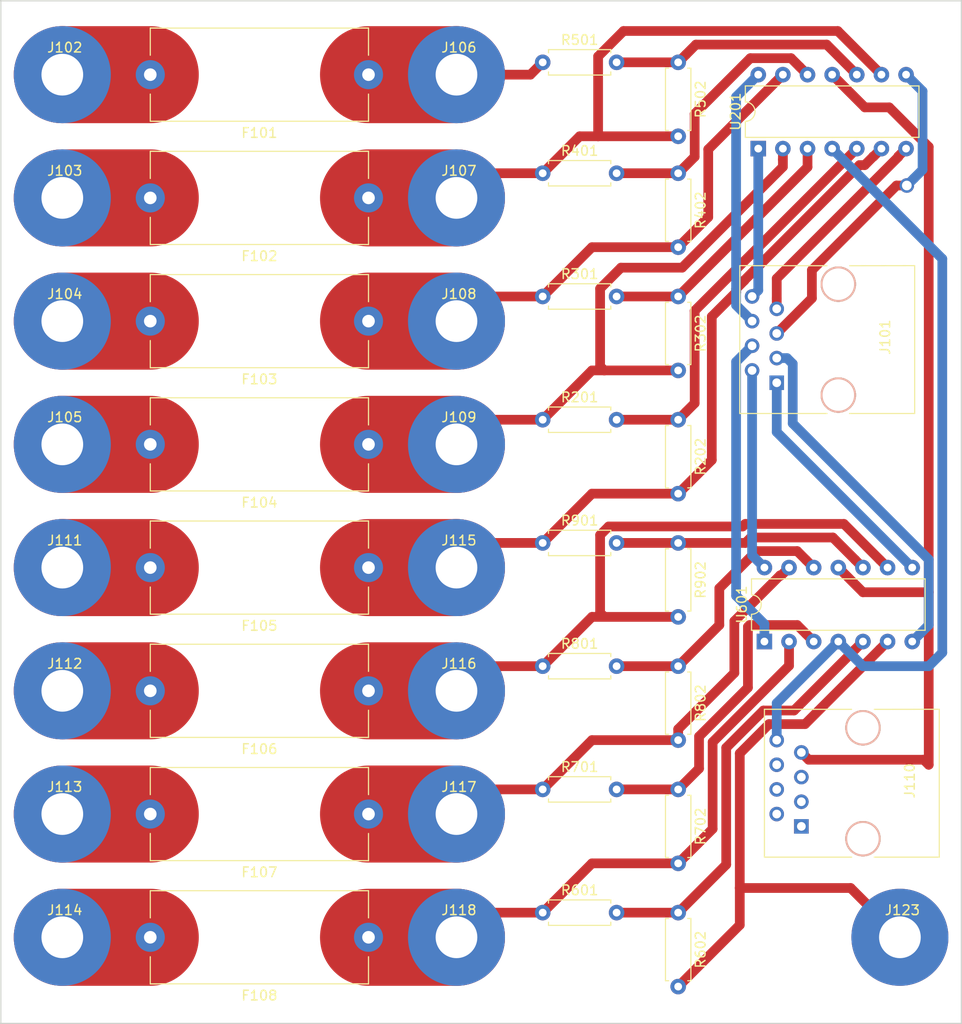
<source format=kicad_pcb>
(kicad_pcb (version 4) (host pcbnew 4.0.7)

  (general
    (links 68)
    (no_connects 1)
    (area 27.864999 17.704999 137.235001 147.395001)
    (thickness 1.6)
    (drawings 4)
    (tracks 207)
    (zones 0)
    (modules 45)
    (nets 36)
  )

  (page A4)
  (layers
    (0 F.Cu signal)
    (31 B.Cu signal)
    (32 B.Adhes user)
    (33 F.Adhes user)
    (34 B.Paste user)
    (35 F.Paste user)
    (36 B.SilkS user)
    (37 F.SilkS user)
    (38 B.Mask user)
    (39 F.Mask user)
    (40 Dwgs.User user)
    (41 Cmts.User user)
    (42 Eco1.User user)
    (43 Eco2.User user)
    (44 Edge.Cuts user)
    (45 Margin user)
    (46 B.CrtYd user)
    (47 F.CrtYd user)
    (48 B.Fab user)
    (49 F.Fab user)
  )

  (setup
    (last_trace_width 1)
    (trace_clearance 0.4)
    (zone_clearance 0.508)
    (zone_45_only no)
    (trace_min 0.2)
    (segment_width 0.2)
    (edge_width 0.15)
    (via_size 1.5)
    (via_drill 1)
    (via_min_size 0.4)
    (via_min_drill 0.3)
    (uvia_size 1)
    (uvia_drill 0.5)
    (uvias_allowed no)
    (uvia_min_size 0.2)
    (uvia_min_drill 0.1)
    (pcb_text_width 0.3)
    (pcb_text_size 1.5 1.5)
    (mod_edge_width 0.15)
    (mod_text_size 1 1)
    (mod_text_width 0.15)
    (pad_size 1.524 1.524)
    (pad_drill 0.762)
    (pad_to_mask_clearance 0.2)
    (aux_axis_origin 0 0)
    (visible_elements 7FFFEFFF)
    (pcbplotparams
      (layerselection 0x00030_80000001)
      (usegerberextensions false)
      (excludeedgelayer true)
      (linewidth 0.100000)
      (plotframeref false)
      (viasonmask false)
      (mode 1)
      (useauxorigin false)
      (hpglpennumber 1)
      (hpglpenspeed 20)
      (hpglpendiameter 15)
      (hpglpenoverlay 2)
      (psnegative false)
      (psa4output false)
      (plotreference true)
      (plotvalue true)
      (plotinvisibletext false)
      (padsonsilk false)
      (subtractmaskfromsilk false)
      (outputformat 1)
      (mirror false)
      (drillshape 1)
      (scaleselection 1)
      (outputdirectory ""))
  )

  (net 0 "")
  (net 1 V1)
  (net 2 V2)
  (net 3 V3)
  (net 4 V4)
  (net 5 V5)
  (net 6 V6)
  (net 7 V7)
  (net 8 V8)
  (net 9 /VoltMeter1/+VE)
  (net 10 /VoltMeter2/+VE)
  (net 11 /VoltMeter3/+VE)
  (net 12 ARD_GND)
  (net 13 ARD_5V)
  (net 14 /VoltMeter5/+VE)
  (net 15 /VoltMeter6/+VE)
  (net 16 /VoltMeter7/+VE)
  (net 17 /VoltMeter8/+VE)
  (net 18 /VoltMeter4/+VE)
  (net 19 "Net-(R201-Pad2)")
  (net 20 "Net-(R301-Pad2)")
  (net 21 "Net-(R401-Pad2)")
  (net 22 "Net-(R501-Pad2)")
  (net 23 "Net-(R601-Pad2)")
  (net 24 "Net-(R701-Pad2)")
  (net 25 "Net-(R801-Pad2)")
  (net 26 "Net-(R901-Pad2)")
  (net 27 "Net-(F101-Pad2)")
  (net 28 "Net-(F102-Pad2)")
  (net 29 "Net-(F103-Pad2)")
  (net 30 "Net-(F104-Pad2)")
  (net 31 "Net-(F105-Pad2)")
  (net 32 "Net-(F106-Pad2)")
  (net 33 "Net-(F107-Pad2)")
  (net 34 "Net-(F108-Pad2)")
  (net 35 /VoltMeter8/-VE)

  (net_class Default "This is the default net class."
    (clearance 0.4)
    (trace_width 1)
    (via_dia 1.5)
    (via_drill 1)
    (uvia_dia 1)
    (uvia_drill 0.5)
    (add_net /VoltMeter1/+VE)
    (add_net /VoltMeter2/+VE)
    (add_net /VoltMeter3/+VE)
    (add_net /VoltMeter4/+VE)
    (add_net /VoltMeter5/+VE)
    (add_net /VoltMeter6/+VE)
    (add_net /VoltMeter7/+VE)
    (add_net /VoltMeter8/+VE)
    (add_net /VoltMeter8/-VE)
    (add_net ARD_5V)
    (add_net ARD_GND)
    (add_net "Net-(F101-Pad2)")
    (add_net "Net-(F102-Pad2)")
    (add_net "Net-(F103-Pad2)")
    (add_net "Net-(F104-Pad2)")
    (add_net "Net-(F105-Pad2)")
    (add_net "Net-(F106-Pad2)")
    (add_net "Net-(F107-Pad2)")
    (add_net "Net-(F108-Pad2)")
    (add_net "Net-(R201-Pad2)")
    (add_net "Net-(R301-Pad2)")
    (add_net "Net-(R401-Pad2)")
    (add_net "Net-(R501-Pad2)")
    (add_net "Net-(R601-Pad2)")
    (add_net "Net-(R701-Pad2)")
    (add_net "Net-(R801-Pad2)")
    (add_net "Net-(R901-Pad2)")
    (add_net V1)
    (add_net V2)
    (add_net V3)
    (add_net V4)
    (add_net V5)
    (add_net V6)
    (add_net V7)
    (add_net V8)
  )

  (module Fuse_Holders_and_Fuses:Fuseholder5x20_horiz_open_Schurter_0031_8201 (layer F.Cu) (tedit 5880C433) (tstamp 5A30FB22)
    (at 64.59 63.5 180)
    (descr http://www.schurter.com/var/schurter/storage/ilcatalogue/files/document/datasheet/en/pdf/typ_OGN.pdf)
    (tags "Fuseholder horizontal open 5x20 Schurter 0031.8201")
    (path /5A316DCF)
    (fp_text reference F104 (at 11.25 -6 180) (layer F.SilkS)
      (effects (font (size 1 1) (thickness 0.15)))
    )
    (fp_text value Fuse (at 11.25 6 180) (layer F.Fab)
      (effects (font (size 1 1) (thickness 0.15)))
    )
    (fp_line (start 0.1 -4.7) (end 0.1 4.7) (layer F.Fab) (width 0.1))
    (fp_line (start 0.1 4.7) (end 22.4 4.7) (layer F.Fab) (width 0.1))
    (fp_line (start 22.4 4.7) (end 22.4 -4.7) (layer F.Fab) (width 0.1))
    (fp_line (start 22.4 -4.7) (end 0.1 -4.7) (layer F.Fab) (width 0.1))
    (fp_line (start -0.25 5.05) (end -0.25 1.95) (layer F.CrtYd) (width 0.05))
    (fp_line (start 22.5 4.8) (end 22.5 2) (layer F.SilkS) (width 0.12))
    (fp_line (start 22.5 -2) (end 22.5 -4.8) (layer F.SilkS) (width 0.12))
    (fp_line (start 0 -2) (end 0 -4.8) (layer F.SilkS) (width 0.12))
    (fp_line (start 0 -4.8) (end 22.5 -4.8) (layer F.SilkS) (width 0.12))
    (fp_line (start 22.75 5.05) (end -0.25 5.05) (layer F.CrtYd) (width 0.05))
    (fp_line (start -0.25 -5.05) (end 22.75 -5.05) (layer F.CrtYd) (width 0.05))
    (fp_line (start 0 4.8) (end 22.5 4.8) (layer F.SilkS) (width 0.12))
    (fp_line (start -0.25 -1.95) (end -0.25 -5.05) (layer F.CrtYd) (width 0.05))
    (fp_line (start 22.75 -1.95) (end 22.75 -5.05) (layer F.CrtYd) (width 0.05))
    (fp_line (start 22.75 1.95) (end 22.75 5.05) (layer F.CrtYd) (width 0.05))
    (fp_line (start 0 4.8) (end 0 2) (layer F.SilkS) (width 0.12))
    (fp_arc (start 22.5 0) (end 22.75 -1.95) (angle 165.3) (layer F.CrtYd) (width 0.05))
    (fp_arc (start 0 0) (end -0.25 1.95) (angle 165.3) (layer F.CrtYd) (width 0.05))
    (pad 1 thru_hole circle (at 0 0 180) (size 3 3) (drill 1.3) (layers *.Cu *.Mask)
      (net 18 /VoltMeter4/+VE))
    (pad 2 thru_hole circle (at 22.5 0 180) (size 3 3) (drill 1.3) (layers *.Cu *.Mask)
      (net 30 "Net-(F104-Pad2)"))
    (pad "" np_thru_hole circle (at 11.25 0 180) (size 2.7 2.7) (drill 2.7) (layers *.Cu *.Mask))
  )

  (module PartsLibraries:PowerConnectorRound (layer F.Cu) (tedit 59AECA0D) (tstamp 5A3003A5)
    (at 73.66 38.1)
    (path /5A31433B)
    (fp_text reference J107 (at 0.254 -2.794) (layer F.SilkS)
      (effects (font (size 1 1) (thickness 0.15)))
    )
    (fp_text value OUTPUT (at 0 6.35) (layer F.Fab)
      (effects (font (size 1 1) (thickness 0.15)))
    )
    (pad 1 thru_hole circle (at 0 0) (size 10 10) (drill 4.3) (layers *.Cu *.Mask)
      (net 10 /VoltMeter2/+VE))
  )

  (module Housings_DIP:DIP-14_W7.62mm (layer F.Cu) (tedit 59C78D6B) (tstamp 5A3005BF)
    (at 105.41 83.82 90)
    (descr "14-lead though-hole mounted DIP package, row spacing 7.62 mm (300 mils)")
    (tags "THT DIP DIL PDIP 2.54mm 7.62mm 300mil")
    (path /59C53BAD/59C4F962)
    (fp_text reference U601 (at 3.81 -2.33 90) (layer F.SilkS)
      (effects (font (size 1 1) (thickness 0.15)))
    )
    (fp_text value MCP604 (at 3.81 17.57 90) (layer F.Fab)
      (effects (font (size 1 1) (thickness 0.15)))
    )
    (fp_arc (start 3.81 -1.33) (end 2.81 -1.33) (angle -180) (layer F.SilkS) (width 0.12))
    (fp_line (start 1.635 -1.27) (end 6.985 -1.27) (layer F.Fab) (width 0.1))
    (fp_line (start 6.985 -1.27) (end 6.985 16.51) (layer F.Fab) (width 0.1))
    (fp_line (start 6.985 16.51) (end 0.635 16.51) (layer F.Fab) (width 0.1))
    (fp_line (start 0.635 16.51) (end 0.635 -0.27) (layer F.Fab) (width 0.1))
    (fp_line (start 0.635 -0.27) (end 1.635 -1.27) (layer F.Fab) (width 0.1))
    (fp_line (start 2.81 -1.33) (end 1.16 -1.33) (layer F.SilkS) (width 0.12))
    (fp_line (start 1.16 -1.33) (end 1.16 16.57) (layer F.SilkS) (width 0.12))
    (fp_line (start 1.16 16.57) (end 6.46 16.57) (layer F.SilkS) (width 0.12))
    (fp_line (start 6.46 16.57) (end 6.46 -1.33) (layer F.SilkS) (width 0.12))
    (fp_line (start 6.46 -1.33) (end 4.81 -1.33) (layer F.SilkS) (width 0.12))
    (fp_line (start -1.1 -1.55) (end -1.1 16.8) (layer F.CrtYd) (width 0.05))
    (fp_line (start -1.1 16.8) (end 8.7 16.8) (layer F.CrtYd) (width 0.05))
    (fp_line (start 8.7 16.8) (end 8.7 -1.55) (layer F.CrtYd) (width 0.05))
    (fp_line (start 8.7 -1.55) (end -1.1 -1.55) (layer F.CrtYd) (width 0.05))
    (fp_text user %R (at 3.81 7.62 90) (layer F.Fab)
      (effects (font (size 1 1) (thickness 0.15)))
    )
    (pad 1 thru_hole rect (at 0 0 90) (size 1.6 1.6) (drill 0.8) (layers *.Cu *.Mask)
      (net 7 V7))
    (pad 8 thru_hole oval (at 7.62 15.24 90) (size 1.6 1.6) (drill 0.8) (layers *.Cu *.Mask)
      (net 5 V5))
    (pad 2 thru_hole oval (at 0 2.54 90) (size 1.6 1.6) (drill 0.8) (layers *.Cu *.Mask)
      (net 17 /VoltMeter8/+VE))
    (pad 9 thru_hole oval (at 7.62 12.7 90) (size 1.6 1.6) (drill 0.8) (layers *.Cu *.Mask)
      (net 15 /VoltMeter6/+VE))
    (pad 3 thru_hole oval (at 0 5.08 90) (size 1.6 1.6) (drill 0.8) (layers *.Cu *.Mask)
      (net 24 "Net-(R701-Pad2)"))
    (pad 10 thru_hole oval (at 7.62 10.16 90) (size 1.6 1.6) (drill 0.8) (layers *.Cu *.Mask)
      (net 26 "Net-(R901-Pad2)"))
    (pad 4 thru_hole oval (at 0 7.62 90) (size 1.6 1.6) (drill 0.8) (layers *.Cu *.Mask)
      (net 13 ARD_5V))
    (pad 11 thru_hole oval (at 7.62 7.62 90) (size 1.6 1.6) (drill 0.8) (layers *.Cu *.Mask)
      (net 12 ARD_GND))
    (pad 5 thru_hole oval (at 0 10.16 90) (size 1.6 1.6) (drill 0.8) (layers *.Cu *.Mask)
      (net 23 "Net-(R601-Pad2)"))
    (pad 12 thru_hole oval (at 7.62 5.08 90) (size 1.6 1.6) (drill 0.8) (layers *.Cu *.Mask)
      (net 25 "Net-(R801-Pad2)"))
    (pad 6 thru_hole oval (at 0 12.7 90) (size 1.6 1.6) (drill 0.8) (layers *.Cu *.Mask)
      (net 35 /VoltMeter8/-VE))
    (pad 13 thru_hole oval (at 7.62 2.54 90) (size 1.6 1.6) (drill 0.8) (layers *.Cu *.Mask)
      (net 16 /VoltMeter7/+VE))
    (pad 7 thru_hole oval (at 0 15.24 90) (size 1.6 1.6) (drill 0.8) (layers *.Cu *.Mask)
      (net 8 V8))
    (pad 14 thru_hole oval (at 7.62 0 90) (size 1.6 1.6) (drill 0.8) (layers *.Cu *.Mask)
      (net 6 V6))
    (model ${KISYS3DMOD}/Housings_DIP.3dshapes/DIP-14_W7.62mm.wrl
      (at (xyz 0 0 0))
      (scale (xyz 1 1 1))
      (rotate (xyz 0 0 0))
    )
  )

  (module PartsLibraries:RJ45 placed (layer F.Cu) (tedit 59511D7C) (tstamp 5A300374)
    (at 106.68 57.15 90)
    (tags RJ45)
    (path /59C3C803)
    (fp_text reference J101 (at 4.7 11.18 90) (layer F.SilkS)
      (effects (font (size 1 1) (thickness 0.15)))
    )
    (fp_text value RJ45 (at 4.59 6.25 90) (layer F.Fab)
      (effects (font (size 1 1) (thickness 0.15)))
    )
    (fp_line (start -3.17 14.22) (end 12.07 14.22) (layer F.SilkS) (width 0.12))
    (fp_line (start 12.07 -3.81) (end 12.06 5.18) (layer F.SilkS) (width 0.12))
    (fp_line (start 12.07 -3.81) (end -3.17 -3.81) (layer F.SilkS) (width 0.12))
    (fp_line (start -3.17 -3.81) (end -3.17 5.19) (layer F.SilkS) (width 0.12))
    (fp_line (start 12.06 7.52) (end 12.07 14.22) (layer F.SilkS) (width 0.12))
    (fp_line (start -3.17 7.51) (end -3.17 14.22) (layer F.SilkS) (width 0.12))
    (fp_line (start -3.56 -4.06) (end 12.46 -4.06) (layer F.CrtYd) (width 0.05))
    (fp_line (start -3.56 -4.06) (end -3.56 14.47) (layer F.CrtYd) (width 0.05))
    (fp_line (start 12.46 14.47) (end 12.46 -4.06) (layer F.CrtYd) (width 0.05))
    (fp_line (start 12.46 14.47) (end -3.56 14.47) (layer F.CrtYd) (width 0.05))
    (pad "" np_thru_hole circle (at 10.16 6.35 90) (size 3.65 3.65) (drill 3.25) (layers *.Cu *.SilkS *.Mask))
    (pad "" np_thru_hole circle (at -1.27 6.35 90) (size 3.65 3.65) (drill 3.25) (layers *.Cu *.SilkS *.Mask))
    (pad 1 thru_hole rect (at 0 0 90) (size 1.5 1.5) (drill 0.9) (layers *.Cu *.Mask)
      (net 5 V5))
    (pad 2 thru_hole circle (at 1.27 -2.54 90) (size 1.5 1.5) (drill 0.9) (layers *.Cu *.Mask)
      (net 6 V6))
    (pad 3 thru_hole circle (at 2.54 0 90) (size 1.5 1.5) (drill 0.9) (layers *.Cu *.Mask)
      (net 8 V8))
    (pad 4 thru_hole circle (at 3.81 -2.54 90) (size 1.5 1.5) (drill 0.9) (layers *.Cu *.Mask)
      (net 7 V7))
    (pad 5 thru_hole circle (at 5.08 0 90) (size 1.5 1.5) (drill 0.9) (layers *.Cu *.Mask)
      (net 1 V1))
    (pad 6 thru_hole circle (at 6.35 -2.54 90) (size 1.5 1.5) (drill 0.9) (layers *.Cu *.Mask)
      (net 2 V2))
    (pad 7 thru_hole circle (at 7.62 0 90) (size 1.5 1.5) (drill 0.9) (layers *.Cu *.Mask)
      (net 4 V4))
    (pad 8 thru_hole circle (at 8.89 -2.54 90) (size 1.5 1.5) (drill 0.9) (layers *.Cu *.Mask)
      (net 3 V3))
    (model ../../../../../../Development/multilevelinverter/Hardware/3D/RJ45.wrl
      (at (xyz 0.175 -0.667 0.3))
      (scale (xyz 10 10 10))
      (rotate (xyz 270 0 0))
    )
  )

  (module PartsLibraries:PowerConnectorRound (layer F.Cu) (tedit 59AECA0D) (tstamp 5A300388)
    (at 33.02 63.5)
    (path /5A314202)
    (fp_text reference J105 (at 0.254 -2.794) (layer F.SilkS)
      (effects (font (size 1 1) (thickness 0.15)))
    )
    (fp_text value INPUT (at 0 6.35) (layer F.Fab)
      (effects (font (size 1 1) (thickness 0.15)))
    )
    (pad 1 thru_hole circle (at 0 0) (size 10 10) (drill 4.3) (layers *.Cu *.Mask)
      (net 30 "Net-(F104-Pad2)"))
  )

  (module PartsLibraries:PowerConnectorRound (layer F.Cu) (tedit 59AECA0D) (tstamp 5A3003AA)
    (at 73.66 50.8)
    (path /5A314473)
    (fp_text reference J108 (at 0.254 -2.794) (layer F.SilkS)
      (effects (font (size 1 1) (thickness 0.15)))
    )
    (fp_text value OUTPUT (at 0 6.35) (layer F.Fab)
      (effects (font (size 1 1) (thickness 0.15)))
    )
    (pad 1 thru_hole circle (at 0 0) (size 10 10) (drill 4.3) (layers *.Cu *.Mask)
      (net 11 /VoltMeter3/+VE))
  )

  (module PartsLibraries:PowerConnectorRound (layer F.Cu) (tedit 59AECA0D) (tstamp 5A3003AF)
    (at 73.66 63.5)
    (path /5A314620)
    (fp_text reference J109 (at 0.254 -2.794) (layer F.SilkS)
      (effects (font (size 1 1) (thickness 0.15)))
    )
    (fp_text value OUTPUT (at 0 6.35) (layer F.Fab)
      (effects (font (size 1 1) (thickness 0.15)))
    )
    (pad 1 thru_hole circle (at 0 0) (size 10 10) (drill 4.3) (layers *.Cu *.Mask)
      (net 18 /VoltMeter4/+VE))
  )

  (module PartsLibraries:PowerConnectorRound (layer F.Cu) (tedit 59AECA0D) (tstamp 5A3003B9)
    (at 33.02 76.2)
    (path /5A31493D)
    (fp_text reference J111 (at 0.254 -2.794) (layer F.SilkS)
      (effects (font (size 1 1) (thickness 0.15)))
    )
    (fp_text value INPUT (at 0 6.35) (layer F.Fab)
      (effects (font (size 1 1) (thickness 0.15)))
    )
    (pad 1 thru_hole circle (at 0 0) (size 10 10) (drill 4.3) (layers *.Cu *.Mask)
      (net 31 "Net-(F105-Pad2)"))
  )

  (module PartsLibraries:PowerConnectorRound (layer F.Cu) (tedit 59AECA0D) (tstamp 5A3003BE)
    (at 33.02 88.9)
    (path /5A314C5C)
    (fp_text reference J112 (at 0.254 -2.794) (layer F.SilkS)
      (effects (font (size 1 1) (thickness 0.15)))
    )
    (fp_text value INPUT (at 0 6.35) (layer F.Fab)
      (effects (font (size 1 1) (thickness 0.15)))
    )
    (pad 1 thru_hole circle (at 0 0) (size 10 10) (drill 4.3) (layers *.Cu *.Mask)
      (net 32 "Net-(F106-Pad2)"))
  )

  (module PartsLibraries:PowerConnectorRound (layer F.Cu) (tedit 59AECA0D) (tstamp 5A3003C3)
    (at 33.02 101.6)
    (path /5A314D91)
    (fp_text reference J113 (at 0.254 -2.794) (layer F.SilkS)
      (effects (font (size 1 1) (thickness 0.15)))
    )
    (fp_text value INPUT (at 0 6.35) (layer F.Fab)
      (effects (font (size 1 1) (thickness 0.15)))
    )
    (pad 1 thru_hole circle (at 0 0) (size 10 10) (drill 4.3) (layers *.Cu *.Mask)
      (net 33 "Net-(F107-Pad2)"))
  )

  (module Resistors_THT:R_Axial_DIN0207_L6.3mm_D2.5mm_P7.62mm_Horizontal placed (layer F.Cu) (tedit 5874F706) (tstamp 5A3003D9)
    (at 82.55 60.96)
    (descr "Resistor, Axial_DIN0207 series, Axial, Horizontal, pin pitch=7.62mm, 0.25W = 1/4W, length*diameter=6.3*2.5mm^2, http://cdn-reichelt.de/documents/datenblatt/B400/1_4W%23YAG.pdf")
    (tags "Resistor Axial_DIN0207 series Axial Horizontal pin pitch 7.62mm 0.25W = 1/4W length 6.3mm diameter 2.5mm")
    (path /59C4F642/5A2FE363)
    (fp_text reference R201 (at 3.81 -2.31) (layer F.SilkS)
      (effects (font (size 1 1) (thickness 0.15)))
    )
    (fp_text value 10K (at 3.81 2.31) (layer F.Fab)
      (effects (font (size 1 1) (thickness 0.15)))
    )
    (fp_line (start 0.66 -1.25) (end 0.66 1.25) (layer F.Fab) (width 0.1))
    (fp_line (start 0.66 1.25) (end 6.96 1.25) (layer F.Fab) (width 0.1))
    (fp_line (start 6.96 1.25) (end 6.96 -1.25) (layer F.Fab) (width 0.1))
    (fp_line (start 6.96 -1.25) (end 0.66 -1.25) (layer F.Fab) (width 0.1))
    (fp_line (start 0 0) (end 0.66 0) (layer F.Fab) (width 0.1))
    (fp_line (start 7.62 0) (end 6.96 0) (layer F.Fab) (width 0.1))
    (fp_line (start 0.6 -0.98) (end 0.6 -1.31) (layer F.SilkS) (width 0.12))
    (fp_line (start 0.6 -1.31) (end 7.02 -1.31) (layer F.SilkS) (width 0.12))
    (fp_line (start 7.02 -1.31) (end 7.02 -0.98) (layer F.SilkS) (width 0.12))
    (fp_line (start 0.6 0.98) (end 0.6 1.31) (layer F.SilkS) (width 0.12))
    (fp_line (start 0.6 1.31) (end 7.02 1.31) (layer F.SilkS) (width 0.12))
    (fp_line (start 7.02 1.31) (end 7.02 0.98) (layer F.SilkS) (width 0.12))
    (fp_line (start -1.05 -1.6) (end -1.05 1.6) (layer F.CrtYd) (width 0.05))
    (fp_line (start -1.05 1.6) (end 8.7 1.6) (layer F.CrtYd) (width 0.05))
    (fp_line (start 8.7 1.6) (end 8.7 -1.6) (layer F.CrtYd) (width 0.05))
    (fp_line (start 8.7 -1.6) (end -1.05 -1.6) (layer F.CrtYd) (width 0.05))
    (pad 1 thru_hole circle (at 0 0) (size 1.6 1.6) (drill 0.8) (layers *.Cu *.Mask)
      (net 18 /VoltMeter4/+VE))
    (pad 2 thru_hole oval (at 7.62 0) (size 1.6 1.6) (drill 0.8) (layers *.Cu *.Mask)
      (net 19 "Net-(R201-Pad2)"))
    (model ${KISYS3DMOD}/Resistors_THT.3dshapes/R_Axial_DIN0207_L6.3mm_D2.5mm_P7.62mm_Horizontal.wrl
      (at (xyz 0 0 0))
      (scale (xyz 0.393701 0.393701 0.393701))
      (rotate (xyz 0 0 0))
    )
  )

  (module Resistors_THT:R_Axial_DIN0207_L6.3mm_D2.5mm_P7.62mm_Horizontal placed (layer F.Cu) (tedit 5874F706) (tstamp 5A3003EF)
    (at 96.52 60.96 270)
    (descr "Resistor, Axial_DIN0207 series, Axial, Horizontal, pin pitch=7.62mm, 0.25W = 1/4W, length*diameter=6.3*2.5mm^2, http://cdn-reichelt.de/documents/datenblatt/B400/1_4W%23YAG.pdf")
    (tags "Resistor Axial_DIN0207 series Axial Horizontal pin pitch 7.62mm 0.25W = 1/4W length 6.3mm diameter 2.5mm")
    (path /59C4F642/59C4F970)
    (fp_text reference R202 (at 3.81 -2.31 270) (layer F.SilkS)
      (effects (font (size 1 1) (thickness 0.15)))
    )
    (fp_text value 10M (at 3.81 2.31 270) (layer F.Fab)
      (effects (font (size 1 1) (thickness 0.15)))
    )
    (fp_line (start 0.66 -1.25) (end 0.66 1.25) (layer F.Fab) (width 0.1))
    (fp_line (start 0.66 1.25) (end 6.96 1.25) (layer F.Fab) (width 0.1))
    (fp_line (start 6.96 1.25) (end 6.96 -1.25) (layer F.Fab) (width 0.1))
    (fp_line (start 6.96 -1.25) (end 0.66 -1.25) (layer F.Fab) (width 0.1))
    (fp_line (start 0 0) (end 0.66 0) (layer F.Fab) (width 0.1))
    (fp_line (start 7.62 0) (end 6.96 0) (layer F.Fab) (width 0.1))
    (fp_line (start 0.6 -0.98) (end 0.6 -1.31) (layer F.SilkS) (width 0.12))
    (fp_line (start 0.6 -1.31) (end 7.02 -1.31) (layer F.SilkS) (width 0.12))
    (fp_line (start 7.02 -1.31) (end 7.02 -0.98) (layer F.SilkS) (width 0.12))
    (fp_line (start 0.6 0.98) (end 0.6 1.31) (layer F.SilkS) (width 0.12))
    (fp_line (start 0.6 1.31) (end 7.02 1.31) (layer F.SilkS) (width 0.12))
    (fp_line (start 7.02 1.31) (end 7.02 0.98) (layer F.SilkS) (width 0.12))
    (fp_line (start -1.05 -1.6) (end -1.05 1.6) (layer F.CrtYd) (width 0.05))
    (fp_line (start -1.05 1.6) (end 8.7 1.6) (layer F.CrtYd) (width 0.05))
    (fp_line (start 8.7 1.6) (end 8.7 -1.6) (layer F.CrtYd) (width 0.05))
    (fp_line (start 8.7 -1.6) (end -1.05 -1.6) (layer F.CrtYd) (width 0.05))
    (pad 1 thru_hole circle (at 0 0 270) (size 1.6 1.6) (drill 0.8) (layers *.Cu *.Mask)
      (net 19 "Net-(R201-Pad2)"))
    (pad 2 thru_hole oval (at 7.62 0 270) (size 1.6 1.6) (drill 0.8) (layers *.Cu *.Mask)
      (net 14 /VoltMeter5/+VE))
    (model ${KISYS3DMOD}/Resistors_THT.3dshapes/R_Axial_DIN0207_L6.3mm_D2.5mm_P7.62mm_Horizontal.wrl
      (at (xyz 0 0 0))
      (scale (xyz 0.393701 0.393701 0.393701))
      (rotate (xyz 0 0 0))
    )
  )

  (module Resistors_THT:R_Axial_DIN0207_L6.3mm_D2.5mm_P7.62mm_Horizontal placed (layer F.Cu) (tedit 5874F706) (tstamp 5A300405)
    (at 82.55 48.26)
    (descr "Resistor, Axial_DIN0207 series, Axial, Horizontal, pin pitch=7.62mm, 0.25W = 1/4W, length*diameter=6.3*2.5mm^2, http://cdn-reichelt.de/documents/datenblatt/B400/1_4W%23YAG.pdf")
    (tags "Resistor Axial_DIN0207 series Axial Horizontal pin pitch 7.62mm 0.25W = 1/4W length 6.3mm diameter 2.5mm")
    (path /59C51A28/5A2FE363)
    (fp_text reference R301 (at 3.81 -2.31) (layer F.SilkS)
      (effects (font (size 1 1) (thickness 0.15)))
    )
    (fp_text value 10K (at 3.81 2.31) (layer F.Fab)
      (effects (font (size 1 1) (thickness 0.15)))
    )
    (fp_line (start 0.66 -1.25) (end 0.66 1.25) (layer F.Fab) (width 0.1))
    (fp_line (start 0.66 1.25) (end 6.96 1.25) (layer F.Fab) (width 0.1))
    (fp_line (start 6.96 1.25) (end 6.96 -1.25) (layer F.Fab) (width 0.1))
    (fp_line (start 6.96 -1.25) (end 0.66 -1.25) (layer F.Fab) (width 0.1))
    (fp_line (start 0 0) (end 0.66 0) (layer F.Fab) (width 0.1))
    (fp_line (start 7.62 0) (end 6.96 0) (layer F.Fab) (width 0.1))
    (fp_line (start 0.6 -0.98) (end 0.6 -1.31) (layer F.SilkS) (width 0.12))
    (fp_line (start 0.6 -1.31) (end 7.02 -1.31) (layer F.SilkS) (width 0.12))
    (fp_line (start 7.02 -1.31) (end 7.02 -0.98) (layer F.SilkS) (width 0.12))
    (fp_line (start 0.6 0.98) (end 0.6 1.31) (layer F.SilkS) (width 0.12))
    (fp_line (start 0.6 1.31) (end 7.02 1.31) (layer F.SilkS) (width 0.12))
    (fp_line (start 7.02 1.31) (end 7.02 0.98) (layer F.SilkS) (width 0.12))
    (fp_line (start -1.05 -1.6) (end -1.05 1.6) (layer F.CrtYd) (width 0.05))
    (fp_line (start -1.05 1.6) (end 8.7 1.6) (layer F.CrtYd) (width 0.05))
    (fp_line (start 8.7 1.6) (end 8.7 -1.6) (layer F.CrtYd) (width 0.05))
    (fp_line (start 8.7 -1.6) (end -1.05 -1.6) (layer F.CrtYd) (width 0.05))
    (pad 1 thru_hole circle (at 0 0) (size 1.6 1.6) (drill 0.8) (layers *.Cu *.Mask)
      (net 11 /VoltMeter3/+VE))
    (pad 2 thru_hole oval (at 7.62 0) (size 1.6 1.6) (drill 0.8) (layers *.Cu *.Mask)
      (net 20 "Net-(R301-Pad2)"))
    (model ${KISYS3DMOD}/Resistors_THT.3dshapes/R_Axial_DIN0207_L6.3mm_D2.5mm_P7.62mm_Horizontal.wrl
      (at (xyz 0 0 0))
      (scale (xyz 0.393701 0.393701 0.393701))
      (rotate (xyz 0 0 0))
    )
  )

  (module Resistors_THT:R_Axial_DIN0207_L6.3mm_D2.5mm_P7.62mm_Horizontal placed (layer F.Cu) (tedit 5874F706) (tstamp 5A30041B)
    (at 96.52 48.26 270)
    (descr "Resistor, Axial_DIN0207 series, Axial, Horizontal, pin pitch=7.62mm, 0.25W = 1/4W, length*diameter=6.3*2.5mm^2, http://cdn-reichelt.de/documents/datenblatt/B400/1_4W%23YAG.pdf")
    (tags "Resistor Axial_DIN0207 series Axial Horizontal pin pitch 7.62mm 0.25W = 1/4W length 6.3mm diameter 2.5mm")
    (path /59C51A28/59C4F970)
    (fp_text reference R302 (at 3.81 -2.31 270) (layer F.SilkS)
      (effects (font (size 1 1) (thickness 0.15)))
    )
    (fp_text value 10M (at 3.81 2.31 270) (layer F.Fab)
      (effects (font (size 1 1) (thickness 0.15)))
    )
    (fp_line (start 0.66 -1.25) (end 0.66 1.25) (layer F.Fab) (width 0.1))
    (fp_line (start 0.66 1.25) (end 6.96 1.25) (layer F.Fab) (width 0.1))
    (fp_line (start 6.96 1.25) (end 6.96 -1.25) (layer F.Fab) (width 0.1))
    (fp_line (start 6.96 -1.25) (end 0.66 -1.25) (layer F.Fab) (width 0.1))
    (fp_line (start 0 0) (end 0.66 0) (layer F.Fab) (width 0.1))
    (fp_line (start 7.62 0) (end 6.96 0) (layer F.Fab) (width 0.1))
    (fp_line (start 0.6 -0.98) (end 0.6 -1.31) (layer F.SilkS) (width 0.12))
    (fp_line (start 0.6 -1.31) (end 7.02 -1.31) (layer F.SilkS) (width 0.12))
    (fp_line (start 7.02 -1.31) (end 7.02 -0.98) (layer F.SilkS) (width 0.12))
    (fp_line (start 0.6 0.98) (end 0.6 1.31) (layer F.SilkS) (width 0.12))
    (fp_line (start 0.6 1.31) (end 7.02 1.31) (layer F.SilkS) (width 0.12))
    (fp_line (start 7.02 1.31) (end 7.02 0.98) (layer F.SilkS) (width 0.12))
    (fp_line (start -1.05 -1.6) (end -1.05 1.6) (layer F.CrtYd) (width 0.05))
    (fp_line (start -1.05 1.6) (end 8.7 1.6) (layer F.CrtYd) (width 0.05))
    (fp_line (start 8.7 1.6) (end 8.7 -1.6) (layer F.CrtYd) (width 0.05))
    (fp_line (start 8.7 -1.6) (end -1.05 -1.6) (layer F.CrtYd) (width 0.05))
    (pad 1 thru_hole circle (at 0 0 270) (size 1.6 1.6) (drill 0.8) (layers *.Cu *.Mask)
      (net 20 "Net-(R301-Pad2)"))
    (pad 2 thru_hole oval (at 7.62 0 270) (size 1.6 1.6) (drill 0.8) (layers *.Cu *.Mask)
      (net 18 /VoltMeter4/+VE))
    (model ${KISYS3DMOD}/Resistors_THT.3dshapes/R_Axial_DIN0207_L6.3mm_D2.5mm_P7.62mm_Horizontal.wrl
      (at (xyz 0 0 0))
      (scale (xyz 0.393701 0.393701 0.393701))
      (rotate (xyz 0 0 0))
    )
  )

  (module Resistors_THT:R_Axial_DIN0207_L6.3mm_D2.5mm_P7.62mm_Horizontal placed (layer F.Cu) (tedit 5874F706) (tstamp 5A300431)
    (at 82.55 35.56)
    (descr "Resistor, Axial_DIN0207 series, Axial, Horizontal, pin pitch=7.62mm, 0.25W = 1/4W, length*diameter=6.3*2.5mm^2, http://cdn-reichelt.de/documents/datenblatt/B400/1_4W%23YAG.pdf")
    (tags "Resistor Axial_DIN0207 series Axial Horizontal pin pitch 7.62mm 0.25W = 1/4W length 6.3mm diameter 2.5mm")
    (path /59C51FF6/5A2FE363)
    (fp_text reference R401 (at 3.81 -2.31) (layer F.SilkS)
      (effects (font (size 1 1) (thickness 0.15)))
    )
    (fp_text value 10K (at 3.81 2.31) (layer F.Fab)
      (effects (font (size 1 1) (thickness 0.15)))
    )
    (fp_line (start 0.66 -1.25) (end 0.66 1.25) (layer F.Fab) (width 0.1))
    (fp_line (start 0.66 1.25) (end 6.96 1.25) (layer F.Fab) (width 0.1))
    (fp_line (start 6.96 1.25) (end 6.96 -1.25) (layer F.Fab) (width 0.1))
    (fp_line (start 6.96 -1.25) (end 0.66 -1.25) (layer F.Fab) (width 0.1))
    (fp_line (start 0 0) (end 0.66 0) (layer F.Fab) (width 0.1))
    (fp_line (start 7.62 0) (end 6.96 0) (layer F.Fab) (width 0.1))
    (fp_line (start 0.6 -0.98) (end 0.6 -1.31) (layer F.SilkS) (width 0.12))
    (fp_line (start 0.6 -1.31) (end 7.02 -1.31) (layer F.SilkS) (width 0.12))
    (fp_line (start 7.02 -1.31) (end 7.02 -0.98) (layer F.SilkS) (width 0.12))
    (fp_line (start 0.6 0.98) (end 0.6 1.31) (layer F.SilkS) (width 0.12))
    (fp_line (start 0.6 1.31) (end 7.02 1.31) (layer F.SilkS) (width 0.12))
    (fp_line (start 7.02 1.31) (end 7.02 0.98) (layer F.SilkS) (width 0.12))
    (fp_line (start -1.05 -1.6) (end -1.05 1.6) (layer F.CrtYd) (width 0.05))
    (fp_line (start -1.05 1.6) (end 8.7 1.6) (layer F.CrtYd) (width 0.05))
    (fp_line (start 8.7 1.6) (end 8.7 -1.6) (layer F.CrtYd) (width 0.05))
    (fp_line (start 8.7 -1.6) (end -1.05 -1.6) (layer F.CrtYd) (width 0.05))
    (pad 1 thru_hole circle (at 0 0) (size 1.6 1.6) (drill 0.8) (layers *.Cu *.Mask)
      (net 10 /VoltMeter2/+VE))
    (pad 2 thru_hole oval (at 7.62 0) (size 1.6 1.6) (drill 0.8) (layers *.Cu *.Mask)
      (net 21 "Net-(R401-Pad2)"))
    (model ${KISYS3DMOD}/Resistors_THT.3dshapes/R_Axial_DIN0207_L6.3mm_D2.5mm_P7.62mm_Horizontal.wrl
      (at (xyz 0 0 0))
      (scale (xyz 0.393701 0.393701 0.393701))
      (rotate (xyz 0 0 0))
    )
  )

  (module Resistors_THT:R_Axial_DIN0207_L6.3mm_D2.5mm_P7.62mm_Horizontal placed (layer F.Cu) (tedit 5874F706) (tstamp 5A300447)
    (at 96.52 35.56 270)
    (descr "Resistor, Axial_DIN0207 series, Axial, Horizontal, pin pitch=7.62mm, 0.25W = 1/4W, length*diameter=6.3*2.5mm^2, http://cdn-reichelt.de/documents/datenblatt/B400/1_4W%23YAG.pdf")
    (tags "Resistor Axial_DIN0207 series Axial Horizontal pin pitch 7.62mm 0.25W = 1/4W length 6.3mm diameter 2.5mm")
    (path /59C51FF6/59C4F970)
    (fp_text reference R402 (at 3.81 -2.31 270) (layer F.SilkS)
      (effects (font (size 1 1) (thickness 0.15)))
    )
    (fp_text value 10M (at 3.81 2.31 270) (layer F.Fab)
      (effects (font (size 1 1) (thickness 0.15)))
    )
    (fp_line (start 0.66 -1.25) (end 0.66 1.25) (layer F.Fab) (width 0.1))
    (fp_line (start 0.66 1.25) (end 6.96 1.25) (layer F.Fab) (width 0.1))
    (fp_line (start 6.96 1.25) (end 6.96 -1.25) (layer F.Fab) (width 0.1))
    (fp_line (start 6.96 -1.25) (end 0.66 -1.25) (layer F.Fab) (width 0.1))
    (fp_line (start 0 0) (end 0.66 0) (layer F.Fab) (width 0.1))
    (fp_line (start 7.62 0) (end 6.96 0) (layer F.Fab) (width 0.1))
    (fp_line (start 0.6 -0.98) (end 0.6 -1.31) (layer F.SilkS) (width 0.12))
    (fp_line (start 0.6 -1.31) (end 7.02 -1.31) (layer F.SilkS) (width 0.12))
    (fp_line (start 7.02 -1.31) (end 7.02 -0.98) (layer F.SilkS) (width 0.12))
    (fp_line (start 0.6 0.98) (end 0.6 1.31) (layer F.SilkS) (width 0.12))
    (fp_line (start 0.6 1.31) (end 7.02 1.31) (layer F.SilkS) (width 0.12))
    (fp_line (start 7.02 1.31) (end 7.02 0.98) (layer F.SilkS) (width 0.12))
    (fp_line (start -1.05 -1.6) (end -1.05 1.6) (layer F.CrtYd) (width 0.05))
    (fp_line (start -1.05 1.6) (end 8.7 1.6) (layer F.CrtYd) (width 0.05))
    (fp_line (start 8.7 1.6) (end 8.7 -1.6) (layer F.CrtYd) (width 0.05))
    (fp_line (start 8.7 -1.6) (end -1.05 -1.6) (layer F.CrtYd) (width 0.05))
    (pad 1 thru_hole circle (at 0 0 270) (size 1.6 1.6) (drill 0.8) (layers *.Cu *.Mask)
      (net 21 "Net-(R401-Pad2)"))
    (pad 2 thru_hole oval (at 7.62 0 270) (size 1.6 1.6) (drill 0.8) (layers *.Cu *.Mask)
      (net 11 /VoltMeter3/+VE))
    (model ${KISYS3DMOD}/Resistors_THT.3dshapes/R_Axial_DIN0207_L6.3mm_D2.5mm_P7.62mm_Horizontal.wrl
      (at (xyz 0 0 0))
      (scale (xyz 0.393701 0.393701 0.393701))
      (rotate (xyz 0 0 0))
    )
  )

  (module Resistors_THT:R_Axial_DIN0207_L6.3mm_D2.5mm_P7.62mm_Horizontal placed (layer F.Cu) (tedit 5874F706) (tstamp 5A30045D)
    (at 82.55 24.13)
    (descr "Resistor, Axial_DIN0207 series, Axial, Horizontal, pin pitch=7.62mm, 0.25W = 1/4W, length*diameter=6.3*2.5mm^2, http://cdn-reichelt.de/documents/datenblatt/B400/1_4W%23YAG.pdf")
    (tags "Resistor Axial_DIN0207 series Axial Horizontal pin pitch 7.62mm 0.25W = 1/4W length 6.3mm diameter 2.5mm")
    (path /59C5216A/5A2FE363)
    (fp_text reference R501 (at 3.81 -2.31) (layer F.SilkS)
      (effects (font (size 1 1) (thickness 0.15)))
    )
    (fp_text value 10K (at 3.81 2.31) (layer F.Fab)
      (effects (font (size 1 1) (thickness 0.15)))
    )
    (fp_line (start 0.66 -1.25) (end 0.66 1.25) (layer F.Fab) (width 0.1))
    (fp_line (start 0.66 1.25) (end 6.96 1.25) (layer F.Fab) (width 0.1))
    (fp_line (start 6.96 1.25) (end 6.96 -1.25) (layer F.Fab) (width 0.1))
    (fp_line (start 6.96 -1.25) (end 0.66 -1.25) (layer F.Fab) (width 0.1))
    (fp_line (start 0 0) (end 0.66 0) (layer F.Fab) (width 0.1))
    (fp_line (start 7.62 0) (end 6.96 0) (layer F.Fab) (width 0.1))
    (fp_line (start 0.6 -0.98) (end 0.6 -1.31) (layer F.SilkS) (width 0.12))
    (fp_line (start 0.6 -1.31) (end 7.02 -1.31) (layer F.SilkS) (width 0.12))
    (fp_line (start 7.02 -1.31) (end 7.02 -0.98) (layer F.SilkS) (width 0.12))
    (fp_line (start 0.6 0.98) (end 0.6 1.31) (layer F.SilkS) (width 0.12))
    (fp_line (start 0.6 1.31) (end 7.02 1.31) (layer F.SilkS) (width 0.12))
    (fp_line (start 7.02 1.31) (end 7.02 0.98) (layer F.SilkS) (width 0.12))
    (fp_line (start -1.05 -1.6) (end -1.05 1.6) (layer F.CrtYd) (width 0.05))
    (fp_line (start -1.05 1.6) (end 8.7 1.6) (layer F.CrtYd) (width 0.05))
    (fp_line (start 8.7 1.6) (end 8.7 -1.6) (layer F.CrtYd) (width 0.05))
    (fp_line (start 8.7 -1.6) (end -1.05 -1.6) (layer F.CrtYd) (width 0.05))
    (pad 1 thru_hole circle (at 0 0) (size 1.6 1.6) (drill 0.8) (layers *.Cu *.Mask)
      (net 9 /VoltMeter1/+VE))
    (pad 2 thru_hole oval (at 7.62 0) (size 1.6 1.6) (drill 0.8) (layers *.Cu *.Mask)
      (net 22 "Net-(R501-Pad2)"))
    (model ${KISYS3DMOD}/Resistors_THT.3dshapes/R_Axial_DIN0207_L6.3mm_D2.5mm_P7.62mm_Horizontal.wrl
      (at (xyz 0 0 0))
      (scale (xyz 0.393701 0.393701 0.393701))
      (rotate (xyz 0 0 0))
    )
  )

  (module Resistors_THT:R_Axial_DIN0207_L6.3mm_D2.5mm_P7.62mm_Horizontal placed (layer F.Cu) (tedit 5874F706) (tstamp 5A300473)
    (at 96.52 24.13 270)
    (descr "Resistor, Axial_DIN0207 series, Axial, Horizontal, pin pitch=7.62mm, 0.25W = 1/4W, length*diameter=6.3*2.5mm^2, http://cdn-reichelt.de/documents/datenblatt/B400/1_4W%23YAG.pdf")
    (tags "Resistor Axial_DIN0207 series Axial Horizontal pin pitch 7.62mm 0.25W = 1/4W length 6.3mm diameter 2.5mm")
    (path /59C5216A/59C4F970)
    (fp_text reference R502 (at 3.81 -2.31 270) (layer F.SilkS)
      (effects (font (size 1 1) (thickness 0.15)))
    )
    (fp_text value 10M (at 3.81 2.31 270) (layer F.Fab)
      (effects (font (size 1 1) (thickness 0.15)))
    )
    (fp_line (start 0.66 -1.25) (end 0.66 1.25) (layer F.Fab) (width 0.1))
    (fp_line (start 0.66 1.25) (end 6.96 1.25) (layer F.Fab) (width 0.1))
    (fp_line (start 6.96 1.25) (end 6.96 -1.25) (layer F.Fab) (width 0.1))
    (fp_line (start 6.96 -1.25) (end 0.66 -1.25) (layer F.Fab) (width 0.1))
    (fp_line (start 0 0) (end 0.66 0) (layer F.Fab) (width 0.1))
    (fp_line (start 7.62 0) (end 6.96 0) (layer F.Fab) (width 0.1))
    (fp_line (start 0.6 -0.98) (end 0.6 -1.31) (layer F.SilkS) (width 0.12))
    (fp_line (start 0.6 -1.31) (end 7.02 -1.31) (layer F.SilkS) (width 0.12))
    (fp_line (start 7.02 -1.31) (end 7.02 -0.98) (layer F.SilkS) (width 0.12))
    (fp_line (start 0.6 0.98) (end 0.6 1.31) (layer F.SilkS) (width 0.12))
    (fp_line (start 0.6 1.31) (end 7.02 1.31) (layer F.SilkS) (width 0.12))
    (fp_line (start 7.02 1.31) (end 7.02 0.98) (layer F.SilkS) (width 0.12))
    (fp_line (start -1.05 -1.6) (end -1.05 1.6) (layer F.CrtYd) (width 0.05))
    (fp_line (start -1.05 1.6) (end 8.7 1.6) (layer F.CrtYd) (width 0.05))
    (fp_line (start 8.7 1.6) (end 8.7 -1.6) (layer F.CrtYd) (width 0.05))
    (fp_line (start 8.7 -1.6) (end -1.05 -1.6) (layer F.CrtYd) (width 0.05))
    (pad 1 thru_hole circle (at 0 0 270) (size 1.6 1.6) (drill 0.8) (layers *.Cu *.Mask)
      (net 22 "Net-(R501-Pad2)"))
    (pad 2 thru_hole oval (at 7.62 0 270) (size 1.6 1.6) (drill 0.8) (layers *.Cu *.Mask)
      (net 10 /VoltMeter2/+VE))
    (model ${KISYS3DMOD}/Resistors_THT.3dshapes/R_Axial_DIN0207_L6.3mm_D2.5mm_P7.62mm_Horizontal.wrl
      (at (xyz 0 0 0))
      (scale (xyz 0.393701 0.393701 0.393701))
      (rotate (xyz 0 0 0))
    )
  )

  (module Resistors_THT:R_Axial_DIN0207_L6.3mm_D2.5mm_P7.62mm_Horizontal placed (layer F.Cu) (tedit 5874F706) (tstamp 5A300489)
    (at 82.55 111.76)
    (descr "Resistor, Axial_DIN0207 series, Axial, Horizontal, pin pitch=7.62mm, 0.25W = 1/4W, length*diameter=6.3*2.5mm^2, http://cdn-reichelt.de/documents/datenblatt/B400/1_4W%23YAG.pdf")
    (tags "Resistor Axial_DIN0207 series Axial Horizontal pin pitch 7.62mm 0.25W = 1/4W length 6.3mm diameter 2.5mm")
    (path /59C53BAD/5A2FE363)
    (fp_text reference R601 (at 3.81 -2.31) (layer F.SilkS)
      (effects (font (size 1 1) (thickness 0.15)))
    )
    (fp_text value 10K (at 3.81 2.31) (layer F.Fab)
      (effects (font (size 1 1) (thickness 0.15)))
    )
    (fp_line (start 0.66 -1.25) (end 0.66 1.25) (layer F.Fab) (width 0.1))
    (fp_line (start 0.66 1.25) (end 6.96 1.25) (layer F.Fab) (width 0.1))
    (fp_line (start 6.96 1.25) (end 6.96 -1.25) (layer F.Fab) (width 0.1))
    (fp_line (start 6.96 -1.25) (end 0.66 -1.25) (layer F.Fab) (width 0.1))
    (fp_line (start 0 0) (end 0.66 0) (layer F.Fab) (width 0.1))
    (fp_line (start 7.62 0) (end 6.96 0) (layer F.Fab) (width 0.1))
    (fp_line (start 0.6 -0.98) (end 0.6 -1.31) (layer F.SilkS) (width 0.12))
    (fp_line (start 0.6 -1.31) (end 7.02 -1.31) (layer F.SilkS) (width 0.12))
    (fp_line (start 7.02 -1.31) (end 7.02 -0.98) (layer F.SilkS) (width 0.12))
    (fp_line (start 0.6 0.98) (end 0.6 1.31) (layer F.SilkS) (width 0.12))
    (fp_line (start 0.6 1.31) (end 7.02 1.31) (layer F.SilkS) (width 0.12))
    (fp_line (start 7.02 1.31) (end 7.02 0.98) (layer F.SilkS) (width 0.12))
    (fp_line (start -1.05 -1.6) (end -1.05 1.6) (layer F.CrtYd) (width 0.05))
    (fp_line (start -1.05 1.6) (end 8.7 1.6) (layer F.CrtYd) (width 0.05))
    (fp_line (start 8.7 1.6) (end 8.7 -1.6) (layer F.CrtYd) (width 0.05))
    (fp_line (start 8.7 -1.6) (end -1.05 -1.6) (layer F.CrtYd) (width 0.05))
    (pad 1 thru_hole circle (at 0 0) (size 1.6 1.6) (drill 0.8) (layers *.Cu *.Mask)
      (net 17 /VoltMeter8/+VE))
    (pad 2 thru_hole oval (at 7.62 0) (size 1.6 1.6) (drill 0.8) (layers *.Cu *.Mask)
      (net 23 "Net-(R601-Pad2)"))
    (model ${KISYS3DMOD}/Resistors_THT.3dshapes/R_Axial_DIN0207_L6.3mm_D2.5mm_P7.62mm_Horizontal.wrl
      (at (xyz 0 0 0))
      (scale (xyz 0.393701 0.393701 0.393701))
      (rotate (xyz 0 0 0))
    )
  )

  (module Resistors_THT:R_Axial_DIN0207_L6.3mm_D2.5mm_P7.62mm_Horizontal placed (layer F.Cu) (tedit 5874F706) (tstamp 5A30049F)
    (at 96.52 111.76 270)
    (descr "Resistor, Axial_DIN0207 series, Axial, Horizontal, pin pitch=7.62mm, 0.25W = 1/4W, length*diameter=6.3*2.5mm^2, http://cdn-reichelt.de/documents/datenblatt/B400/1_4W%23YAG.pdf")
    (tags "Resistor Axial_DIN0207 series Axial Horizontal pin pitch 7.62mm 0.25W = 1/4W length 6.3mm diameter 2.5mm")
    (path /59C53BAD/59C4F970)
    (fp_text reference R602 (at 3.81 -2.31 270) (layer F.SilkS)
      (effects (font (size 1 1) (thickness 0.15)))
    )
    (fp_text value 10M (at 3.81 2.31 270) (layer F.Fab)
      (effects (font (size 1 1) (thickness 0.15)))
    )
    (fp_line (start 0.66 -1.25) (end 0.66 1.25) (layer F.Fab) (width 0.1))
    (fp_line (start 0.66 1.25) (end 6.96 1.25) (layer F.Fab) (width 0.1))
    (fp_line (start 6.96 1.25) (end 6.96 -1.25) (layer F.Fab) (width 0.1))
    (fp_line (start 6.96 -1.25) (end 0.66 -1.25) (layer F.Fab) (width 0.1))
    (fp_line (start 0 0) (end 0.66 0) (layer F.Fab) (width 0.1))
    (fp_line (start 7.62 0) (end 6.96 0) (layer F.Fab) (width 0.1))
    (fp_line (start 0.6 -0.98) (end 0.6 -1.31) (layer F.SilkS) (width 0.12))
    (fp_line (start 0.6 -1.31) (end 7.02 -1.31) (layer F.SilkS) (width 0.12))
    (fp_line (start 7.02 -1.31) (end 7.02 -0.98) (layer F.SilkS) (width 0.12))
    (fp_line (start 0.6 0.98) (end 0.6 1.31) (layer F.SilkS) (width 0.12))
    (fp_line (start 0.6 1.31) (end 7.02 1.31) (layer F.SilkS) (width 0.12))
    (fp_line (start 7.02 1.31) (end 7.02 0.98) (layer F.SilkS) (width 0.12))
    (fp_line (start -1.05 -1.6) (end -1.05 1.6) (layer F.CrtYd) (width 0.05))
    (fp_line (start -1.05 1.6) (end 8.7 1.6) (layer F.CrtYd) (width 0.05))
    (fp_line (start 8.7 1.6) (end 8.7 -1.6) (layer F.CrtYd) (width 0.05))
    (fp_line (start 8.7 -1.6) (end -1.05 -1.6) (layer F.CrtYd) (width 0.05))
    (pad 1 thru_hole circle (at 0 0 270) (size 1.6 1.6) (drill 0.8) (layers *.Cu *.Mask)
      (net 23 "Net-(R601-Pad2)"))
    (pad 2 thru_hole oval (at 7.62 0 270) (size 1.6 1.6) (drill 0.8) (layers *.Cu *.Mask)
      (net 35 /VoltMeter8/-VE))
    (model ${KISYS3DMOD}/Resistors_THT.3dshapes/R_Axial_DIN0207_L6.3mm_D2.5mm_P7.62mm_Horizontal.wrl
      (at (xyz 0 0 0))
      (scale (xyz 0.393701 0.393701 0.393701))
      (rotate (xyz 0 0 0))
    )
  )

  (module Resistors_THT:R_Axial_DIN0207_L6.3mm_D2.5mm_P7.62mm_Horizontal placed (layer F.Cu) (tedit 5874F706) (tstamp 5A3004B5)
    (at 82.55 99.06)
    (descr "Resistor, Axial_DIN0207 series, Axial, Horizontal, pin pitch=7.62mm, 0.25W = 1/4W, length*diameter=6.3*2.5mm^2, http://cdn-reichelt.de/documents/datenblatt/B400/1_4W%23YAG.pdf")
    (tags "Resistor Axial_DIN0207 series Axial Horizontal pin pitch 7.62mm 0.25W = 1/4W length 6.3mm diameter 2.5mm")
    (path /59C53BBB/5A2FE363)
    (fp_text reference R701 (at 3.81 -2.31) (layer F.SilkS)
      (effects (font (size 1 1) (thickness 0.15)))
    )
    (fp_text value 10K (at 3.81 2.31) (layer F.Fab)
      (effects (font (size 1 1) (thickness 0.15)))
    )
    (fp_line (start 0.66 -1.25) (end 0.66 1.25) (layer F.Fab) (width 0.1))
    (fp_line (start 0.66 1.25) (end 6.96 1.25) (layer F.Fab) (width 0.1))
    (fp_line (start 6.96 1.25) (end 6.96 -1.25) (layer F.Fab) (width 0.1))
    (fp_line (start 6.96 -1.25) (end 0.66 -1.25) (layer F.Fab) (width 0.1))
    (fp_line (start 0 0) (end 0.66 0) (layer F.Fab) (width 0.1))
    (fp_line (start 7.62 0) (end 6.96 0) (layer F.Fab) (width 0.1))
    (fp_line (start 0.6 -0.98) (end 0.6 -1.31) (layer F.SilkS) (width 0.12))
    (fp_line (start 0.6 -1.31) (end 7.02 -1.31) (layer F.SilkS) (width 0.12))
    (fp_line (start 7.02 -1.31) (end 7.02 -0.98) (layer F.SilkS) (width 0.12))
    (fp_line (start 0.6 0.98) (end 0.6 1.31) (layer F.SilkS) (width 0.12))
    (fp_line (start 0.6 1.31) (end 7.02 1.31) (layer F.SilkS) (width 0.12))
    (fp_line (start 7.02 1.31) (end 7.02 0.98) (layer F.SilkS) (width 0.12))
    (fp_line (start -1.05 -1.6) (end -1.05 1.6) (layer F.CrtYd) (width 0.05))
    (fp_line (start -1.05 1.6) (end 8.7 1.6) (layer F.CrtYd) (width 0.05))
    (fp_line (start 8.7 1.6) (end 8.7 -1.6) (layer F.CrtYd) (width 0.05))
    (fp_line (start 8.7 -1.6) (end -1.05 -1.6) (layer F.CrtYd) (width 0.05))
    (pad 1 thru_hole circle (at 0 0) (size 1.6 1.6) (drill 0.8) (layers *.Cu *.Mask)
      (net 16 /VoltMeter7/+VE))
    (pad 2 thru_hole oval (at 7.62 0) (size 1.6 1.6) (drill 0.8) (layers *.Cu *.Mask)
      (net 24 "Net-(R701-Pad2)"))
    (model ${KISYS3DMOD}/Resistors_THT.3dshapes/R_Axial_DIN0207_L6.3mm_D2.5mm_P7.62mm_Horizontal.wrl
      (at (xyz 0 0 0))
      (scale (xyz 0.393701 0.393701 0.393701))
      (rotate (xyz 0 0 0))
    )
  )

  (module Resistors_THT:R_Axial_DIN0207_L6.3mm_D2.5mm_P7.62mm_Horizontal placed (layer F.Cu) (tedit 5874F706) (tstamp 5A3004CB)
    (at 96.52 99.06 270)
    (descr "Resistor, Axial_DIN0207 series, Axial, Horizontal, pin pitch=7.62mm, 0.25W = 1/4W, length*diameter=6.3*2.5mm^2, http://cdn-reichelt.de/documents/datenblatt/B400/1_4W%23YAG.pdf")
    (tags "Resistor Axial_DIN0207 series Axial Horizontal pin pitch 7.62mm 0.25W = 1/4W length 6.3mm diameter 2.5mm")
    (path /59C53BBB/59C4F970)
    (fp_text reference R702 (at 3.81 -2.31 270) (layer F.SilkS)
      (effects (font (size 1 1) (thickness 0.15)))
    )
    (fp_text value 10M (at 3.81 2.31 270) (layer F.Fab)
      (effects (font (size 1 1) (thickness 0.15)))
    )
    (fp_line (start 0.66 -1.25) (end 0.66 1.25) (layer F.Fab) (width 0.1))
    (fp_line (start 0.66 1.25) (end 6.96 1.25) (layer F.Fab) (width 0.1))
    (fp_line (start 6.96 1.25) (end 6.96 -1.25) (layer F.Fab) (width 0.1))
    (fp_line (start 6.96 -1.25) (end 0.66 -1.25) (layer F.Fab) (width 0.1))
    (fp_line (start 0 0) (end 0.66 0) (layer F.Fab) (width 0.1))
    (fp_line (start 7.62 0) (end 6.96 0) (layer F.Fab) (width 0.1))
    (fp_line (start 0.6 -0.98) (end 0.6 -1.31) (layer F.SilkS) (width 0.12))
    (fp_line (start 0.6 -1.31) (end 7.02 -1.31) (layer F.SilkS) (width 0.12))
    (fp_line (start 7.02 -1.31) (end 7.02 -0.98) (layer F.SilkS) (width 0.12))
    (fp_line (start 0.6 0.98) (end 0.6 1.31) (layer F.SilkS) (width 0.12))
    (fp_line (start 0.6 1.31) (end 7.02 1.31) (layer F.SilkS) (width 0.12))
    (fp_line (start 7.02 1.31) (end 7.02 0.98) (layer F.SilkS) (width 0.12))
    (fp_line (start -1.05 -1.6) (end -1.05 1.6) (layer F.CrtYd) (width 0.05))
    (fp_line (start -1.05 1.6) (end 8.7 1.6) (layer F.CrtYd) (width 0.05))
    (fp_line (start 8.7 1.6) (end 8.7 -1.6) (layer F.CrtYd) (width 0.05))
    (fp_line (start 8.7 -1.6) (end -1.05 -1.6) (layer F.CrtYd) (width 0.05))
    (pad 1 thru_hole circle (at 0 0 270) (size 1.6 1.6) (drill 0.8) (layers *.Cu *.Mask)
      (net 24 "Net-(R701-Pad2)"))
    (pad 2 thru_hole oval (at 7.62 0 270) (size 1.6 1.6) (drill 0.8) (layers *.Cu *.Mask)
      (net 17 /VoltMeter8/+VE))
    (model ${KISYS3DMOD}/Resistors_THT.3dshapes/R_Axial_DIN0207_L6.3mm_D2.5mm_P7.62mm_Horizontal.wrl
      (at (xyz 0 0 0))
      (scale (xyz 0.393701 0.393701 0.393701))
      (rotate (xyz 0 0 0))
    )
  )

  (module Resistors_THT:R_Axial_DIN0207_L6.3mm_D2.5mm_P7.62mm_Horizontal placed (layer F.Cu) (tedit 5874F706) (tstamp 5A3004E1)
    (at 82.55 86.36)
    (descr "Resistor, Axial_DIN0207 series, Axial, Horizontal, pin pitch=7.62mm, 0.25W = 1/4W, length*diameter=6.3*2.5mm^2, http://cdn-reichelt.de/documents/datenblatt/B400/1_4W%23YAG.pdf")
    (tags "Resistor Axial_DIN0207 series Axial Horizontal pin pitch 7.62mm 0.25W = 1/4W length 6.3mm diameter 2.5mm")
    (path /59C53BC9/5A2FE363)
    (fp_text reference R801 (at 3.81 -2.31) (layer F.SilkS)
      (effects (font (size 1 1) (thickness 0.15)))
    )
    (fp_text value 10K (at 3.81 2.31) (layer F.Fab)
      (effects (font (size 1 1) (thickness 0.15)))
    )
    (fp_line (start 0.66 -1.25) (end 0.66 1.25) (layer F.Fab) (width 0.1))
    (fp_line (start 0.66 1.25) (end 6.96 1.25) (layer F.Fab) (width 0.1))
    (fp_line (start 6.96 1.25) (end 6.96 -1.25) (layer F.Fab) (width 0.1))
    (fp_line (start 6.96 -1.25) (end 0.66 -1.25) (layer F.Fab) (width 0.1))
    (fp_line (start 0 0) (end 0.66 0) (layer F.Fab) (width 0.1))
    (fp_line (start 7.62 0) (end 6.96 0) (layer F.Fab) (width 0.1))
    (fp_line (start 0.6 -0.98) (end 0.6 -1.31) (layer F.SilkS) (width 0.12))
    (fp_line (start 0.6 -1.31) (end 7.02 -1.31) (layer F.SilkS) (width 0.12))
    (fp_line (start 7.02 -1.31) (end 7.02 -0.98) (layer F.SilkS) (width 0.12))
    (fp_line (start 0.6 0.98) (end 0.6 1.31) (layer F.SilkS) (width 0.12))
    (fp_line (start 0.6 1.31) (end 7.02 1.31) (layer F.SilkS) (width 0.12))
    (fp_line (start 7.02 1.31) (end 7.02 0.98) (layer F.SilkS) (width 0.12))
    (fp_line (start -1.05 -1.6) (end -1.05 1.6) (layer F.CrtYd) (width 0.05))
    (fp_line (start -1.05 1.6) (end 8.7 1.6) (layer F.CrtYd) (width 0.05))
    (fp_line (start 8.7 1.6) (end 8.7 -1.6) (layer F.CrtYd) (width 0.05))
    (fp_line (start 8.7 -1.6) (end -1.05 -1.6) (layer F.CrtYd) (width 0.05))
    (pad 1 thru_hole circle (at 0 0) (size 1.6 1.6) (drill 0.8) (layers *.Cu *.Mask)
      (net 15 /VoltMeter6/+VE))
    (pad 2 thru_hole oval (at 7.62 0) (size 1.6 1.6) (drill 0.8) (layers *.Cu *.Mask)
      (net 25 "Net-(R801-Pad2)"))
    (model ${KISYS3DMOD}/Resistors_THT.3dshapes/R_Axial_DIN0207_L6.3mm_D2.5mm_P7.62mm_Horizontal.wrl
      (at (xyz 0 0 0))
      (scale (xyz 0.393701 0.393701 0.393701))
      (rotate (xyz 0 0 0))
    )
  )

  (module Resistors_THT:R_Axial_DIN0207_L6.3mm_D2.5mm_P7.62mm_Horizontal placed (layer F.Cu) (tedit 5874F706) (tstamp 5A3004F7)
    (at 96.52 86.36 270)
    (descr "Resistor, Axial_DIN0207 series, Axial, Horizontal, pin pitch=7.62mm, 0.25W = 1/4W, length*diameter=6.3*2.5mm^2, http://cdn-reichelt.de/documents/datenblatt/B400/1_4W%23YAG.pdf")
    (tags "Resistor Axial_DIN0207 series Axial Horizontal pin pitch 7.62mm 0.25W = 1/4W length 6.3mm diameter 2.5mm")
    (path /59C53BC9/59C4F970)
    (fp_text reference R802 (at 3.81 -2.31 270) (layer F.SilkS)
      (effects (font (size 1 1) (thickness 0.15)))
    )
    (fp_text value 10M (at 3.81 2.31 270) (layer F.Fab)
      (effects (font (size 1 1) (thickness 0.15)))
    )
    (fp_line (start 0.66 -1.25) (end 0.66 1.25) (layer F.Fab) (width 0.1))
    (fp_line (start 0.66 1.25) (end 6.96 1.25) (layer F.Fab) (width 0.1))
    (fp_line (start 6.96 1.25) (end 6.96 -1.25) (layer F.Fab) (width 0.1))
    (fp_line (start 6.96 -1.25) (end 0.66 -1.25) (layer F.Fab) (width 0.1))
    (fp_line (start 0 0) (end 0.66 0) (layer F.Fab) (width 0.1))
    (fp_line (start 7.62 0) (end 6.96 0) (layer F.Fab) (width 0.1))
    (fp_line (start 0.6 -0.98) (end 0.6 -1.31) (layer F.SilkS) (width 0.12))
    (fp_line (start 0.6 -1.31) (end 7.02 -1.31) (layer F.SilkS) (width 0.12))
    (fp_line (start 7.02 -1.31) (end 7.02 -0.98) (layer F.SilkS) (width 0.12))
    (fp_line (start 0.6 0.98) (end 0.6 1.31) (layer F.SilkS) (width 0.12))
    (fp_line (start 0.6 1.31) (end 7.02 1.31) (layer F.SilkS) (width 0.12))
    (fp_line (start 7.02 1.31) (end 7.02 0.98) (layer F.SilkS) (width 0.12))
    (fp_line (start -1.05 -1.6) (end -1.05 1.6) (layer F.CrtYd) (width 0.05))
    (fp_line (start -1.05 1.6) (end 8.7 1.6) (layer F.CrtYd) (width 0.05))
    (fp_line (start 8.7 1.6) (end 8.7 -1.6) (layer F.CrtYd) (width 0.05))
    (fp_line (start 8.7 -1.6) (end -1.05 -1.6) (layer F.CrtYd) (width 0.05))
    (pad 1 thru_hole circle (at 0 0 270) (size 1.6 1.6) (drill 0.8) (layers *.Cu *.Mask)
      (net 25 "Net-(R801-Pad2)"))
    (pad 2 thru_hole oval (at 7.62 0 270) (size 1.6 1.6) (drill 0.8) (layers *.Cu *.Mask)
      (net 16 /VoltMeter7/+VE))
    (model ${KISYS3DMOD}/Resistors_THT.3dshapes/R_Axial_DIN0207_L6.3mm_D2.5mm_P7.62mm_Horizontal.wrl
      (at (xyz 0 0 0))
      (scale (xyz 0.393701 0.393701 0.393701))
      (rotate (xyz 0 0 0))
    )
  )

  (module Resistors_THT:R_Axial_DIN0207_L6.3mm_D2.5mm_P7.62mm_Horizontal placed (layer F.Cu) (tedit 5874F706) (tstamp 5A30050D)
    (at 82.55 73.66)
    (descr "Resistor, Axial_DIN0207 series, Axial, Horizontal, pin pitch=7.62mm, 0.25W = 1/4W, length*diameter=6.3*2.5mm^2, http://cdn-reichelt.de/documents/datenblatt/B400/1_4W%23YAG.pdf")
    (tags "Resistor Axial_DIN0207 series Axial Horizontal pin pitch 7.62mm 0.25W = 1/4W length 6.3mm diameter 2.5mm")
    (path /59C53BD7/5A2FE363)
    (fp_text reference R901 (at 3.81 -2.31) (layer F.SilkS)
      (effects (font (size 1 1) (thickness 0.15)))
    )
    (fp_text value 10K (at 3.81 2.31) (layer F.Fab)
      (effects (font (size 1 1) (thickness 0.15)))
    )
    (fp_line (start 0.66 -1.25) (end 0.66 1.25) (layer F.Fab) (width 0.1))
    (fp_line (start 0.66 1.25) (end 6.96 1.25) (layer F.Fab) (width 0.1))
    (fp_line (start 6.96 1.25) (end 6.96 -1.25) (layer F.Fab) (width 0.1))
    (fp_line (start 6.96 -1.25) (end 0.66 -1.25) (layer F.Fab) (width 0.1))
    (fp_line (start 0 0) (end 0.66 0) (layer F.Fab) (width 0.1))
    (fp_line (start 7.62 0) (end 6.96 0) (layer F.Fab) (width 0.1))
    (fp_line (start 0.6 -0.98) (end 0.6 -1.31) (layer F.SilkS) (width 0.12))
    (fp_line (start 0.6 -1.31) (end 7.02 -1.31) (layer F.SilkS) (width 0.12))
    (fp_line (start 7.02 -1.31) (end 7.02 -0.98) (layer F.SilkS) (width 0.12))
    (fp_line (start 0.6 0.98) (end 0.6 1.31) (layer F.SilkS) (width 0.12))
    (fp_line (start 0.6 1.31) (end 7.02 1.31) (layer F.SilkS) (width 0.12))
    (fp_line (start 7.02 1.31) (end 7.02 0.98) (layer F.SilkS) (width 0.12))
    (fp_line (start -1.05 -1.6) (end -1.05 1.6) (layer F.CrtYd) (width 0.05))
    (fp_line (start -1.05 1.6) (end 8.7 1.6) (layer F.CrtYd) (width 0.05))
    (fp_line (start 8.7 1.6) (end 8.7 -1.6) (layer F.CrtYd) (width 0.05))
    (fp_line (start 8.7 -1.6) (end -1.05 -1.6) (layer F.CrtYd) (width 0.05))
    (pad 1 thru_hole circle (at 0 0) (size 1.6 1.6) (drill 0.8) (layers *.Cu *.Mask)
      (net 14 /VoltMeter5/+VE))
    (pad 2 thru_hole oval (at 7.62 0) (size 1.6 1.6) (drill 0.8) (layers *.Cu *.Mask)
      (net 26 "Net-(R901-Pad2)"))
    (model ${KISYS3DMOD}/Resistors_THT.3dshapes/R_Axial_DIN0207_L6.3mm_D2.5mm_P7.62mm_Horizontal.wrl
      (at (xyz 0 0 0))
      (scale (xyz 0.393701 0.393701 0.393701))
      (rotate (xyz 0 0 0))
    )
  )

  (module Resistors_THT:R_Axial_DIN0207_L6.3mm_D2.5mm_P7.62mm_Horizontal placed (layer F.Cu) (tedit 5874F706) (tstamp 5A300523)
    (at 96.52 73.66 270)
    (descr "Resistor, Axial_DIN0207 series, Axial, Horizontal, pin pitch=7.62mm, 0.25W = 1/4W, length*diameter=6.3*2.5mm^2, http://cdn-reichelt.de/documents/datenblatt/B400/1_4W%23YAG.pdf")
    (tags "Resistor Axial_DIN0207 series Axial Horizontal pin pitch 7.62mm 0.25W = 1/4W length 6.3mm diameter 2.5mm")
    (path /59C53BD7/59C4F970)
    (fp_text reference R902 (at 3.81 -2.31 270) (layer F.SilkS)
      (effects (font (size 1 1) (thickness 0.15)))
    )
    (fp_text value 10M (at 3.81 2.31 270) (layer F.Fab)
      (effects (font (size 1 1) (thickness 0.15)))
    )
    (fp_line (start 0.66 -1.25) (end 0.66 1.25) (layer F.Fab) (width 0.1))
    (fp_line (start 0.66 1.25) (end 6.96 1.25) (layer F.Fab) (width 0.1))
    (fp_line (start 6.96 1.25) (end 6.96 -1.25) (layer F.Fab) (width 0.1))
    (fp_line (start 6.96 -1.25) (end 0.66 -1.25) (layer F.Fab) (width 0.1))
    (fp_line (start 0 0) (end 0.66 0) (layer F.Fab) (width 0.1))
    (fp_line (start 7.62 0) (end 6.96 0) (layer F.Fab) (width 0.1))
    (fp_line (start 0.6 -0.98) (end 0.6 -1.31) (layer F.SilkS) (width 0.12))
    (fp_line (start 0.6 -1.31) (end 7.02 -1.31) (layer F.SilkS) (width 0.12))
    (fp_line (start 7.02 -1.31) (end 7.02 -0.98) (layer F.SilkS) (width 0.12))
    (fp_line (start 0.6 0.98) (end 0.6 1.31) (layer F.SilkS) (width 0.12))
    (fp_line (start 0.6 1.31) (end 7.02 1.31) (layer F.SilkS) (width 0.12))
    (fp_line (start 7.02 1.31) (end 7.02 0.98) (layer F.SilkS) (width 0.12))
    (fp_line (start -1.05 -1.6) (end -1.05 1.6) (layer F.CrtYd) (width 0.05))
    (fp_line (start -1.05 1.6) (end 8.7 1.6) (layer F.CrtYd) (width 0.05))
    (fp_line (start 8.7 1.6) (end 8.7 -1.6) (layer F.CrtYd) (width 0.05))
    (fp_line (start 8.7 -1.6) (end -1.05 -1.6) (layer F.CrtYd) (width 0.05))
    (pad 1 thru_hole circle (at 0 0 270) (size 1.6 1.6) (drill 0.8) (layers *.Cu *.Mask)
      (net 26 "Net-(R901-Pad2)"))
    (pad 2 thru_hole oval (at 7.62 0 270) (size 1.6 1.6) (drill 0.8) (layers *.Cu *.Mask)
      (net 15 /VoltMeter6/+VE))
    (model ${KISYS3DMOD}/Resistors_THT.3dshapes/R_Axial_DIN0207_L6.3mm_D2.5mm_P7.62mm_Horizontal.wrl
      (at (xyz 0 0 0))
      (scale (xyz 0.393701 0.393701 0.393701))
      (rotate (xyz 0 0 0))
    )
  )

  (module Housings_DIP:DIP-14_W7.62mm (layer F.Cu) (tedit 59C78D6B) (tstamp 5A30059D)
    (at 104.775 33.02 90)
    (descr "14-lead though-hole mounted DIP package, row spacing 7.62 mm (300 mils)")
    (tags "THT DIP DIL PDIP 2.54mm 7.62mm 300mil")
    (path /59C4F642/59C4F962)
    (fp_text reference U201 (at 3.81 -2.33 90) (layer F.SilkS)
      (effects (font (size 1 1) (thickness 0.15)))
    )
    (fp_text value MCP604 (at 3.81 17.57 90) (layer F.Fab)
      (effects (font (size 1 1) (thickness 0.15)))
    )
    (fp_arc (start 3.81 -1.33) (end 2.81 -1.33) (angle -180) (layer F.SilkS) (width 0.12))
    (fp_line (start 1.635 -1.27) (end 6.985 -1.27) (layer F.Fab) (width 0.1))
    (fp_line (start 6.985 -1.27) (end 6.985 16.51) (layer F.Fab) (width 0.1))
    (fp_line (start 6.985 16.51) (end 0.635 16.51) (layer F.Fab) (width 0.1))
    (fp_line (start 0.635 16.51) (end 0.635 -0.27) (layer F.Fab) (width 0.1))
    (fp_line (start 0.635 -0.27) (end 1.635 -1.27) (layer F.Fab) (width 0.1))
    (fp_line (start 2.81 -1.33) (end 1.16 -1.33) (layer F.SilkS) (width 0.12))
    (fp_line (start 1.16 -1.33) (end 1.16 16.57) (layer F.SilkS) (width 0.12))
    (fp_line (start 1.16 16.57) (end 6.46 16.57) (layer F.SilkS) (width 0.12))
    (fp_line (start 6.46 16.57) (end 6.46 -1.33) (layer F.SilkS) (width 0.12))
    (fp_line (start 6.46 -1.33) (end 4.81 -1.33) (layer F.SilkS) (width 0.12))
    (fp_line (start -1.1 -1.55) (end -1.1 16.8) (layer F.CrtYd) (width 0.05))
    (fp_line (start -1.1 16.8) (end 8.7 16.8) (layer F.CrtYd) (width 0.05))
    (fp_line (start 8.7 16.8) (end 8.7 -1.55) (layer F.CrtYd) (width 0.05))
    (fp_line (start 8.7 -1.55) (end -1.1 -1.55) (layer F.CrtYd) (width 0.05))
    (fp_text user %R (at 3.81 7.62 90) (layer F.Fab)
      (effects (font (size 1 1) (thickness 0.15)))
    )
    (pad 1 thru_hole rect (at 0 0 90) (size 1.6 1.6) (drill 0.8) (layers *.Cu *.Mask)
      (net 3 V3))
    (pad 8 thru_hole oval (at 7.62 15.24 90) (size 1.6 1.6) (drill 0.8) (layers *.Cu *.Mask)
      (net 1 V1))
    (pad 2 thru_hole oval (at 0 2.54 90) (size 1.6 1.6) (drill 0.8) (layers *.Cu *.Mask)
      (net 18 /VoltMeter4/+VE))
    (pad 9 thru_hole oval (at 7.62 12.7 90) (size 1.6 1.6) (drill 0.8) (layers *.Cu *.Mask)
      (net 10 /VoltMeter2/+VE))
    (pad 3 thru_hole oval (at 0 5.08 90) (size 1.6 1.6) (drill 0.8) (layers *.Cu *.Mask)
      (net 20 "Net-(R301-Pad2)"))
    (pad 10 thru_hole oval (at 7.62 10.16 90) (size 1.6 1.6) (drill 0.8) (layers *.Cu *.Mask)
      (net 22 "Net-(R501-Pad2)"))
    (pad 4 thru_hole oval (at 0 7.62 90) (size 1.6 1.6) (drill 0.8) (layers *.Cu *.Mask)
      (net 13 ARD_5V))
    (pad 11 thru_hole oval (at 7.62 7.62 90) (size 1.6 1.6) (drill 0.8) (layers *.Cu *.Mask)
      (net 12 ARD_GND))
    (pad 5 thru_hole oval (at 0 10.16 90) (size 1.6 1.6) (drill 0.8) (layers *.Cu *.Mask)
      (net 19 "Net-(R201-Pad2)"))
    (pad 12 thru_hole oval (at 7.62 5.08 90) (size 1.6 1.6) (drill 0.8) (layers *.Cu *.Mask)
      (net 21 "Net-(R401-Pad2)"))
    (pad 6 thru_hole oval (at 0 12.7 90) (size 1.6 1.6) (drill 0.8) (layers *.Cu *.Mask)
      (net 14 /VoltMeter5/+VE))
    (pad 13 thru_hole oval (at 7.62 2.54 90) (size 1.6 1.6) (drill 0.8) (layers *.Cu *.Mask)
      (net 11 /VoltMeter3/+VE))
    (pad 7 thru_hole oval (at 0 15.24 90) (size 1.6 1.6) (drill 0.8) (layers *.Cu *.Mask)
      (net 4 V4))
    (pad 14 thru_hole oval (at 7.62 0 90) (size 1.6 1.6) (drill 0.8) (layers *.Cu *.Mask)
      (net 2 V2))
    (model ${KISYS3DMOD}/Housings_DIP.3dshapes/DIP-14_W7.62mm.wrl
      (at (xyz 0 0 0))
      (scale (xyz 1 1 1))
      (rotate (xyz 0 0 0))
    )
  )

  (module Fuse_Holders_and_Fuses:Fuseholder5x20_horiz_open_Schurter_0031_8201 (layer F.Cu) (tedit 5880C433) (tstamp 5A306124)
    (at 64.59 25.4 180)
    (descr http://www.schurter.com/var/schurter/storage/ilcatalogue/files/document/datasheet/en/pdf/typ_OGN.pdf)
    (tags "Fuseholder horizontal open 5x20 Schurter 0031.8201")
    (path /5A311AB6)
    (fp_text reference F101 (at 11.25 -6 180) (layer F.SilkS)
      (effects (font (size 1 1) (thickness 0.15)))
    )
    (fp_text value Fuse (at 11.25 6 180) (layer F.Fab)
      (effects (font (size 1 1) (thickness 0.15)))
    )
    (fp_line (start 0.1 -4.7) (end 0.1 4.7) (layer F.Fab) (width 0.1))
    (fp_line (start 0.1 4.7) (end 22.4 4.7) (layer F.Fab) (width 0.1))
    (fp_line (start 22.4 4.7) (end 22.4 -4.7) (layer F.Fab) (width 0.1))
    (fp_line (start 22.4 -4.7) (end 0.1 -4.7) (layer F.Fab) (width 0.1))
    (fp_line (start -0.25 5.05) (end -0.25 1.95) (layer F.CrtYd) (width 0.05))
    (fp_line (start 22.5 4.8) (end 22.5 2) (layer F.SilkS) (width 0.12))
    (fp_line (start 22.5 -2) (end 22.5 -4.8) (layer F.SilkS) (width 0.12))
    (fp_line (start 0 -2) (end 0 -4.8) (layer F.SilkS) (width 0.12))
    (fp_line (start 0 -4.8) (end 22.5 -4.8) (layer F.SilkS) (width 0.12))
    (fp_line (start 22.75 5.05) (end -0.25 5.05) (layer F.CrtYd) (width 0.05))
    (fp_line (start -0.25 -5.05) (end 22.75 -5.05) (layer F.CrtYd) (width 0.05))
    (fp_line (start 0 4.8) (end 22.5 4.8) (layer F.SilkS) (width 0.12))
    (fp_line (start -0.25 -1.95) (end -0.25 -5.05) (layer F.CrtYd) (width 0.05))
    (fp_line (start 22.75 -1.95) (end 22.75 -5.05) (layer F.CrtYd) (width 0.05))
    (fp_line (start 22.75 1.95) (end 22.75 5.05) (layer F.CrtYd) (width 0.05))
    (fp_line (start 0 4.8) (end 0 2) (layer F.SilkS) (width 0.12))
    (fp_arc (start 22.5 0) (end 22.75 -1.95) (angle 165.3) (layer F.CrtYd) (width 0.05))
    (fp_arc (start 0 0) (end -0.25 1.95) (angle 165.3) (layer F.CrtYd) (width 0.05))
    (pad 1 thru_hole circle (at 0 0 180) (size 3 3) (drill 1.3) (layers *.Cu *.Mask)
      (net 9 /VoltMeter1/+VE))
    (pad 2 thru_hole circle (at 22.5 0 180) (size 3 3) (drill 1.3) (layers *.Cu *.Mask)
      (net 27 "Net-(F101-Pad2)"))
    (pad "" np_thru_hole circle (at 11.25 0 180) (size 2.7 2.7) (drill 2.7) (layers *.Cu *.Mask))
  )

  (module Fuse_Holders_and_Fuses:Fuseholder5x20_horiz_open_Schurter_0031_8201 (layer F.Cu) (tedit 5880C433) (tstamp 5A306918)
    (at 64.59 38.1 180)
    (descr http://www.schurter.com/var/schurter/storage/ilcatalogue/files/document/datasheet/en/pdf/typ_OGN.pdf)
    (tags "Fuseholder horizontal open 5x20 Schurter 0031.8201")
    (path /5A314BDF)
    (fp_text reference F102 (at 11.25 -6 180) (layer F.SilkS)
      (effects (font (size 1 1) (thickness 0.15)))
    )
    (fp_text value Fuse (at 11.25 6 180) (layer F.Fab)
      (effects (font (size 1 1) (thickness 0.15)))
    )
    (fp_line (start 0.1 -4.7) (end 0.1 4.7) (layer F.Fab) (width 0.1))
    (fp_line (start 0.1 4.7) (end 22.4 4.7) (layer F.Fab) (width 0.1))
    (fp_line (start 22.4 4.7) (end 22.4 -4.7) (layer F.Fab) (width 0.1))
    (fp_line (start 22.4 -4.7) (end 0.1 -4.7) (layer F.Fab) (width 0.1))
    (fp_line (start -0.25 5.05) (end -0.25 1.95) (layer F.CrtYd) (width 0.05))
    (fp_line (start 22.5 4.8) (end 22.5 2) (layer F.SilkS) (width 0.12))
    (fp_line (start 22.5 -2) (end 22.5 -4.8) (layer F.SilkS) (width 0.12))
    (fp_line (start 0 -2) (end 0 -4.8) (layer F.SilkS) (width 0.12))
    (fp_line (start 0 -4.8) (end 22.5 -4.8) (layer F.SilkS) (width 0.12))
    (fp_line (start 22.75 5.05) (end -0.25 5.05) (layer F.CrtYd) (width 0.05))
    (fp_line (start -0.25 -5.05) (end 22.75 -5.05) (layer F.CrtYd) (width 0.05))
    (fp_line (start 0 4.8) (end 22.5 4.8) (layer F.SilkS) (width 0.12))
    (fp_line (start -0.25 -1.95) (end -0.25 -5.05) (layer F.CrtYd) (width 0.05))
    (fp_line (start 22.75 -1.95) (end 22.75 -5.05) (layer F.CrtYd) (width 0.05))
    (fp_line (start 22.75 1.95) (end 22.75 5.05) (layer F.CrtYd) (width 0.05))
    (fp_line (start 0 4.8) (end 0 2) (layer F.SilkS) (width 0.12))
    (fp_arc (start 22.5 0) (end 22.75 -1.95) (angle 165.3) (layer F.CrtYd) (width 0.05))
    (fp_arc (start 0 0) (end -0.25 1.95) (angle 165.3) (layer F.CrtYd) (width 0.05))
    (pad 1 thru_hole circle (at 0 0 180) (size 3 3) (drill 1.3) (layers *.Cu *.Mask)
      (net 10 /VoltMeter2/+VE))
    (pad 2 thru_hole circle (at 22.5 0 180) (size 3 3) (drill 1.3) (layers *.Cu *.Mask)
      (net 28 "Net-(F102-Pad2)"))
    (pad "" np_thru_hole circle (at 11.25 0 180) (size 2.7 2.7) (drill 2.7) (layers *.Cu *.Mask))
  )

  (module Fuse_Holders_and_Fuses:Fuseholder5x20_horiz_open_Schurter_0031_8201 (layer F.Cu) (tedit 5880C433) (tstamp 5A306931)
    (at 64.59 50.8 180)
    (descr http://www.schurter.com/var/schurter/storage/ilcatalogue/files/document/datasheet/en/pdf/typ_OGN.pdf)
    (tags "Fuseholder horizontal open 5x20 Schurter 0031.8201")
    (path /5A31508D)
    (fp_text reference F103 (at 11.25 -6 180) (layer F.SilkS)
      (effects (font (size 1 1) (thickness 0.15)))
    )
    (fp_text value Fuse (at 11.25 6 180) (layer F.Fab)
      (effects (font (size 1 1) (thickness 0.15)))
    )
    (fp_line (start 0.1 -4.7) (end 0.1 4.7) (layer F.Fab) (width 0.1))
    (fp_line (start 0.1 4.7) (end 22.4 4.7) (layer F.Fab) (width 0.1))
    (fp_line (start 22.4 4.7) (end 22.4 -4.7) (layer F.Fab) (width 0.1))
    (fp_line (start 22.4 -4.7) (end 0.1 -4.7) (layer F.Fab) (width 0.1))
    (fp_line (start -0.25 5.05) (end -0.25 1.95) (layer F.CrtYd) (width 0.05))
    (fp_line (start 22.5 4.8) (end 22.5 2) (layer F.SilkS) (width 0.12))
    (fp_line (start 22.5 -2) (end 22.5 -4.8) (layer F.SilkS) (width 0.12))
    (fp_line (start 0 -2) (end 0 -4.8) (layer F.SilkS) (width 0.12))
    (fp_line (start 0 -4.8) (end 22.5 -4.8) (layer F.SilkS) (width 0.12))
    (fp_line (start 22.75 5.05) (end -0.25 5.05) (layer F.CrtYd) (width 0.05))
    (fp_line (start -0.25 -5.05) (end 22.75 -5.05) (layer F.CrtYd) (width 0.05))
    (fp_line (start 0 4.8) (end 22.5 4.8) (layer F.SilkS) (width 0.12))
    (fp_line (start -0.25 -1.95) (end -0.25 -5.05) (layer F.CrtYd) (width 0.05))
    (fp_line (start 22.75 -1.95) (end 22.75 -5.05) (layer F.CrtYd) (width 0.05))
    (fp_line (start 22.75 1.95) (end 22.75 5.05) (layer F.CrtYd) (width 0.05))
    (fp_line (start 0 4.8) (end 0 2) (layer F.SilkS) (width 0.12))
    (fp_arc (start 22.5 0) (end 22.75 -1.95) (angle 165.3) (layer F.CrtYd) (width 0.05))
    (fp_arc (start 0 0) (end -0.25 1.95) (angle 165.3) (layer F.CrtYd) (width 0.05))
    (pad 1 thru_hole circle (at 0 0 180) (size 3 3) (drill 1.3) (layers *.Cu *.Mask)
      (net 11 /VoltMeter3/+VE))
    (pad 2 thru_hole circle (at 22.5 0 180) (size 3 3) (drill 1.3) (layers *.Cu *.Mask)
      (net 29 "Net-(F103-Pad2)"))
    (pad "" np_thru_hole circle (at 11.25 0 180) (size 2.7 2.7) (drill 2.7) (layers *.Cu *.Mask))
  )

  (module Fuse_Holders_and_Fuses:Fuseholder5x20_horiz_open_Schurter_0031_8201 (layer F.Cu) (tedit 5880C433) (tstamp 5A30FB3B)
    (at 64.59 76.2 180)
    (descr http://www.schurter.com/var/schurter/storage/ilcatalogue/files/document/datasheet/en/pdf/typ_OGN.pdf)
    (tags "Fuseholder horizontal open 5x20 Schurter 0031.8201")
    (path /5A319EA5)
    (fp_text reference F105 (at 11.25 -6 180) (layer F.SilkS)
      (effects (font (size 1 1) (thickness 0.15)))
    )
    (fp_text value Fuse (at 11.25 6 180) (layer F.Fab)
      (effects (font (size 1 1) (thickness 0.15)))
    )
    (fp_line (start 0.1 -4.7) (end 0.1 4.7) (layer F.Fab) (width 0.1))
    (fp_line (start 0.1 4.7) (end 22.4 4.7) (layer F.Fab) (width 0.1))
    (fp_line (start 22.4 4.7) (end 22.4 -4.7) (layer F.Fab) (width 0.1))
    (fp_line (start 22.4 -4.7) (end 0.1 -4.7) (layer F.Fab) (width 0.1))
    (fp_line (start -0.25 5.05) (end -0.25 1.95) (layer F.CrtYd) (width 0.05))
    (fp_line (start 22.5 4.8) (end 22.5 2) (layer F.SilkS) (width 0.12))
    (fp_line (start 22.5 -2) (end 22.5 -4.8) (layer F.SilkS) (width 0.12))
    (fp_line (start 0 -2) (end 0 -4.8) (layer F.SilkS) (width 0.12))
    (fp_line (start 0 -4.8) (end 22.5 -4.8) (layer F.SilkS) (width 0.12))
    (fp_line (start 22.75 5.05) (end -0.25 5.05) (layer F.CrtYd) (width 0.05))
    (fp_line (start -0.25 -5.05) (end 22.75 -5.05) (layer F.CrtYd) (width 0.05))
    (fp_line (start 0 4.8) (end 22.5 4.8) (layer F.SilkS) (width 0.12))
    (fp_line (start -0.25 -1.95) (end -0.25 -5.05) (layer F.CrtYd) (width 0.05))
    (fp_line (start 22.75 -1.95) (end 22.75 -5.05) (layer F.CrtYd) (width 0.05))
    (fp_line (start 22.75 1.95) (end 22.75 5.05) (layer F.CrtYd) (width 0.05))
    (fp_line (start 0 4.8) (end 0 2) (layer F.SilkS) (width 0.12))
    (fp_arc (start 22.5 0) (end 22.75 -1.95) (angle 165.3) (layer F.CrtYd) (width 0.05))
    (fp_arc (start 0 0) (end -0.25 1.95) (angle 165.3) (layer F.CrtYd) (width 0.05))
    (pad 1 thru_hole circle (at 0 0 180) (size 3 3) (drill 1.3) (layers *.Cu *.Mask)
      (net 14 /VoltMeter5/+VE))
    (pad 2 thru_hole circle (at 22.5 0 180) (size 3 3) (drill 1.3) (layers *.Cu *.Mask)
      (net 31 "Net-(F105-Pad2)"))
    (pad "" np_thru_hole circle (at 11.25 0 180) (size 2.7 2.7) (drill 2.7) (layers *.Cu *.Mask))
  )

  (module Fuse_Holders_and_Fuses:Fuseholder5x20_horiz_open_Schurter_0031_8201 (layer F.Cu) (tedit 5880C433) (tstamp 5A30FB54)
    (at 64.59 88.9 180)
    (descr http://www.schurter.com/var/schurter/storage/ilcatalogue/files/document/datasheet/en/pdf/typ_OGN.pdf)
    (tags "Fuseholder horizontal open 5x20 Schurter 0031.8201")
    (path /5A31B529)
    (fp_text reference F106 (at 11.25 -6 180) (layer F.SilkS)
      (effects (font (size 1 1) (thickness 0.15)))
    )
    (fp_text value Fuse (at 11.25 6 180) (layer F.Fab)
      (effects (font (size 1 1) (thickness 0.15)))
    )
    (fp_line (start 0.1 -4.7) (end 0.1 4.7) (layer F.Fab) (width 0.1))
    (fp_line (start 0.1 4.7) (end 22.4 4.7) (layer F.Fab) (width 0.1))
    (fp_line (start 22.4 4.7) (end 22.4 -4.7) (layer F.Fab) (width 0.1))
    (fp_line (start 22.4 -4.7) (end 0.1 -4.7) (layer F.Fab) (width 0.1))
    (fp_line (start -0.25 5.05) (end -0.25 1.95) (layer F.CrtYd) (width 0.05))
    (fp_line (start 22.5 4.8) (end 22.5 2) (layer F.SilkS) (width 0.12))
    (fp_line (start 22.5 -2) (end 22.5 -4.8) (layer F.SilkS) (width 0.12))
    (fp_line (start 0 -2) (end 0 -4.8) (layer F.SilkS) (width 0.12))
    (fp_line (start 0 -4.8) (end 22.5 -4.8) (layer F.SilkS) (width 0.12))
    (fp_line (start 22.75 5.05) (end -0.25 5.05) (layer F.CrtYd) (width 0.05))
    (fp_line (start -0.25 -5.05) (end 22.75 -5.05) (layer F.CrtYd) (width 0.05))
    (fp_line (start 0 4.8) (end 22.5 4.8) (layer F.SilkS) (width 0.12))
    (fp_line (start -0.25 -1.95) (end -0.25 -5.05) (layer F.CrtYd) (width 0.05))
    (fp_line (start 22.75 -1.95) (end 22.75 -5.05) (layer F.CrtYd) (width 0.05))
    (fp_line (start 22.75 1.95) (end 22.75 5.05) (layer F.CrtYd) (width 0.05))
    (fp_line (start 0 4.8) (end 0 2) (layer F.SilkS) (width 0.12))
    (fp_arc (start 22.5 0) (end 22.75 -1.95) (angle 165.3) (layer F.CrtYd) (width 0.05))
    (fp_arc (start 0 0) (end -0.25 1.95) (angle 165.3) (layer F.CrtYd) (width 0.05))
    (pad 1 thru_hole circle (at 0 0 180) (size 3 3) (drill 1.3) (layers *.Cu *.Mask)
      (net 15 /VoltMeter6/+VE))
    (pad 2 thru_hole circle (at 22.5 0 180) (size 3 3) (drill 1.3) (layers *.Cu *.Mask)
      (net 32 "Net-(F106-Pad2)"))
    (pad "" np_thru_hole circle (at 11.25 0 180) (size 2.7 2.7) (drill 2.7) (layers *.Cu *.Mask))
  )

  (module Fuse_Holders_and_Fuses:Fuseholder5x20_horiz_open_Schurter_0031_8201 (layer F.Cu) (tedit 5880C433) (tstamp 5A30FB6D)
    (at 64.59 101.6 180)
    (descr http://www.schurter.com/var/schurter/storage/ilcatalogue/files/document/datasheet/en/pdf/typ_OGN.pdf)
    (tags "Fuseholder horizontal open 5x20 Schurter 0031.8201")
    (path /5A31B608)
    (fp_text reference F107 (at 11.25 -6 180) (layer F.SilkS)
      (effects (font (size 1 1) (thickness 0.15)))
    )
    (fp_text value Fuse (at 11.25 6 180) (layer F.Fab)
      (effects (font (size 1 1) (thickness 0.15)))
    )
    (fp_line (start 0.1 -4.7) (end 0.1 4.7) (layer F.Fab) (width 0.1))
    (fp_line (start 0.1 4.7) (end 22.4 4.7) (layer F.Fab) (width 0.1))
    (fp_line (start 22.4 4.7) (end 22.4 -4.7) (layer F.Fab) (width 0.1))
    (fp_line (start 22.4 -4.7) (end 0.1 -4.7) (layer F.Fab) (width 0.1))
    (fp_line (start -0.25 5.05) (end -0.25 1.95) (layer F.CrtYd) (width 0.05))
    (fp_line (start 22.5 4.8) (end 22.5 2) (layer F.SilkS) (width 0.12))
    (fp_line (start 22.5 -2) (end 22.5 -4.8) (layer F.SilkS) (width 0.12))
    (fp_line (start 0 -2) (end 0 -4.8) (layer F.SilkS) (width 0.12))
    (fp_line (start 0 -4.8) (end 22.5 -4.8) (layer F.SilkS) (width 0.12))
    (fp_line (start 22.75 5.05) (end -0.25 5.05) (layer F.CrtYd) (width 0.05))
    (fp_line (start -0.25 -5.05) (end 22.75 -5.05) (layer F.CrtYd) (width 0.05))
    (fp_line (start 0 4.8) (end 22.5 4.8) (layer F.SilkS) (width 0.12))
    (fp_line (start -0.25 -1.95) (end -0.25 -5.05) (layer F.CrtYd) (width 0.05))
    (fp_line (start 22.75 -1.95) (end 22.75 -5.05) (layer F.CrtYd) (width 0.05))
    (fp_line (start 22.75 1.95) (end 22.75 5.05) (layer F.CrtYd) (width 0.05))
    (fp_line (start 0 4.8) (end 0 2) (layer F.SilkS) (width 0.12))
    (fp_arc (start 22.5 0) (end 22.75 -1.95) (angle 165.3) (layer F.CrtYd) (width 0.05))
    (fp_arc (start 0 0) (end -0.25 1.95) (angle 165.3) (layer F.CrtYd) (width 0.05))
    (pad 1 thru_hole circle (at 0 0 180) (size 3 3) (drill 1.3) (layers *.Cu *.Mask)
      (net 16 /VoltMeter7/+VE))
    (pad 2 thru_hole circle (at 22.5 0 180) (size 3 3) (drill 1.3) (layers *.Cu *.Mask)
      (net 33 "Net-(F107-Pad2)"))
    (pad "" np_thru_hole circle (at 11.25 0 180) (size 2.7 2.7) (drill 2.7) (layers *.Cu *.Mask))
  )

  (module Fuse_Holders_and_Fuses:Fuseholder5x20_horiz_open_Schurter_0031_8201 (layer F.Cu) (tedit 5880C433) (tstamp 5A30FB86)
    (at 64.59 114.3 180)
    (descr http://www.schurter.com/var/schurter/storage/ilcatalogue/files/document/datasheet/en/pdf/typ_OGN.pdf)
    (tags "Fuseholder horizontal open 5x20 Schurter 0031.8201")
    (path /5A31B6ED)
    (fp_text reference F108 (at 11.25 -6 180) (layer F.SilkS)
      (effects (font (size 1 1) (thickness 0.15)))
    )
    (fp_text value Fuse (at 11.25 6 180) (layer F.Fab)
      (effects (font (size 1 1) (thickness 0.15)))
    )
    (fp_line (start 0.1 -4.7) (end 0.1 4.7) (layer F.Fab) (width 0.1))
    (fp_line (start 0.1 4.7) (end 22.4 4.7) (layer F.Fab) (width 0.1))
    (fp_line (start 22.4 4.7) (end 22.4 -4.7) (layer F.Fab) (width 0.1))
    (fp_line (start 22.4 -4.7) (end 0.1 -4.7) (layer F.Fab) (width 0.1))
    (fp_line (start -0.25 5.05) (end -0.25 1.95) (layer F.CrtYd) (width 0.05))
    (fp_line (start 22.5 4.8) (end 22.5 2) (layer F.SilkS) (width 0.12))
    (fp_line (start 22.5 -2) (end 22.5 -4.8) (layer F.SilkS) (width 0.12))
    (fp_line (start 0 -2) (end 0 -4.8) (layer F.SilkS) (width 0.12))
    (fp_line (start 0 -4.8) (end 22.5 -4.8) (layer F.SilkS) (width 0.12))
    (fp_line (start 22.75 5.05) (end -0.25 5.05) (layer F.CrtYd) (width 0.05))
    (fp_line (start -0.25 -5.05) (end 22.75 -5.05) (layer F.CrtYd) (width 0.05))
    (fp_line (start 0 4.8) (end 22.5 4.8) (layer F.SilkS) (width 0.12))
    (fp_line (start -0.25 -1.95) (end -0.25 -5.05) (layer F.CrtYd) (width 0.05))
    (fp_line (start 22.75 -1.95) (end 22.75 -5.05) (layer F.CrtYd) (width 0.05))
    (fp_line (start 22.75 1.95) (end 22.75 5.05) (layer F.CrtYd) (width 0.05))
    (fp_line (start 0 4.8) (end 0 2) (layer F.SilkS) (width 0.12))
    (fp_arc (start 22.5 0) (end 22.75 -1.95) (angle 165.3) (layer F.CrtYd) (width 0.05))
    (fp_arc (start 0 0) (end -0.25 1.95) (angle 165.3) (layer F.CrtYd) (width 0.05))
    (pad 1 thru_hole circle (at 0 0 180) (size 3 3) (drill 1.3) (layers *.Cu *.Mask)
      (net 17 /VoltMeter8/+VE))
    (pad 2 thru_hole circle (at 22.5 0 180) (size 3 3) (drill 1.3) (layers *.Cu *.Mask)
      (net 34 "Net-(F108-Pad2)"))
    (pad "" np_thru_hole circle (at 11.25 0 180) (size 2.7 2.7) (drill 2.7) (layers *.Cu *.Mask))
  )

  (module PartsLibraries:RJ45 (layer F.Cu) (tedit 59511D7C) (tstamp 5A30FBBD)
    (at 109.22 102.87 90)
    (tags RJ45)
    (path /59C3DA36)
    (fp_text reference J110 (at 4.7 11.18 90) (layer F.SilkS)
      (effects (font (size 1 1) (thickness 0.15)))
    )
    (fp_text value RJ45 (at 4.59 6.25 90) (layer F.Fab)
      (effects (font (size 1 1) (thickness 0.15)))
    )
    (fp_line (start -3.17 14.22) (end 12.07 14.22) (layer F.SilkS) (width 0.12))
    (fp_line (start 12.07 -3.81) (end 12.06 5.18) (layer F.SilkS) (width 0.12))
    (fp_line (start 12.07 -3.81) (end -3.17 -3.81) (layer F.SilkS) (width 0.12))
    (fp_line (start -3.17 -3.81) (end -3.17 5.19) (layer F.SilkS) (width 0.12))
    (fp_line (start 12.06 7.52) (end 12.07 14.22) (layer F.SilkS) (width 0.12))
    (fp_line (start -3.17 7.51) (end -3.17 14.22) (layer F.SilkS) (width 0.12))
    (fp_line (start -3.56 -4.06) (end 12.46 -4.06) (layer F.CrtYd) (width 0.05))
    (fp_line (start -3.56 -4.06) (end -3.56 14.47) (layer F.CrtYd) (width 0.05))
    (fp_line (start 12.46 14.47) (end 12.46 -4.06) (layer F.CrtYd) (width 0.05))
    (fp_line (start 12.46 14.47) (end -3.56 14.47) (layer F.CrtYd) (width 0.05))
    (pad "" np_thru_hole circle (at 10.16 6.35 90) (size 3.65 3.65) (drill 3.25) (layers *.Cu *.SilkS *.Mask))
    (pad "" np_thru_hole circle (at -1.27 6.35 90) (size 3.65 3.65) (drill 3.25) (layers *.Cu *.SilkS *.Mask))
    (pad 1 thru_hole rect (at 0 0 90) (size 1.5 1.5) (drill 0.9) (layers *.Cu *.Mask))
    (pad 2 thru_hole circle (at 1.27 -2.54 90) (size 1.5 1.5) (drill 0.9) (layers *.Cu *.Mask))
    (pad 3 thru_hole circle (at 2.54 0 90) (size 1.5 1.5) (drill 0.9) (layers *.Cu *.Mask))
    (pad 4 thru_hole circle (at 3.81 -2.54 90) (size 1.5 1.5) (drill 0.9) (layers *.Cu *.Mask))
    (pad 5 thru_hole circle (at 5.08 0 90) (size 1.5 1.5) (drill 0.9) (layers *.Cu *.Mask))
    (pad 6 thru_hole circle (at 6.35 -2.54 90) (size 1.5 1.5) (drill 0.9) (layers *.Cu *.Mask))
    (pad 7 thru_hole circle (at 7.62 0 90) (size 1.5 1.5) (drill 0.9) (layers *.Cu *.Mask)
      (net 12 ARD_GND))
    (pad 8 thru_hole circle (at 8.89 -2.54 90) (size 1.5 1.5) (drill 0.9) (layers *.Cu *.Mask)
      (net 13 ARD_5V))
    (model ../../../../../../Development/multilevelinverter/Hardware/3D/RJ45.wrl
      (at (xyz 0.175 -0.667 0.3))
      (scale (xyz 10 10 10))
      (rotate (xyz 270 0 0))
    )
  )

  (module PartsLibraries:PowerConnectorRound (layer F.Cu) (tedit 59AECA0D) (tstamp 5A30FBD8)
    (at 73.66 101.6)
    (path /5A3159DB)
    (fp_text reference J117 (at 0.254 -2.794) (layer F.SilkS)
      (effects (font (size 1 1) (thickness 0.15)))
    )
    (fp_text value OUTPUT (at 0 6.35) (layer F.Fab)
      (effects (font (size 1 1) (thickness 0.15)))
    )
    (pad 1 thru_hole circle (at 0 0) (size 10 10) (drill 4.3) (layers *.Cu *.Mask)
      (net 16 /VoltMeter7/+VE))
  )

  (module PartsLibraries:PowerConnectorRound (layer F.Cu) (tedit 59AECA0D) (tstamp 5A30FBDD)
    (at 73.66 114.3)
    (path /5A315B01)
    (fp_text reference J118 (at 0.254 -2.794) (layer F.SilkS)
      (effects (font (size 1 1) (thickness 0.15)))
    )
    (fp_text value OUTPUT (at 0 6.35) (layer F.Fab)
      (effects (font (size 1 1) (thickness 0.15)))
    )
    (pad 1 thru_hole circle (at 0 0) (size 10 10) (drill 4.3) (layers *.Cu *.Mask)
      (net 17 /VoltMeter8/+VE))
  )

  (module PartsLibraries:PowerConnectorRound (layer F.Cu) (tedit 59AECA0D) (tstamp 5A30FBF6)
    (at 119.38 114.3)
    (path /5A3187AF)
    (fp_text reference J123 (at 0.254 -2.794) (layer F.SilkS)
      (effects (font (size 1 1) (thickness 0.15)))
    )
    (fp_text value -VE (at 0 6.35) (layer F.Fab)
      (effects (font (size 1 1) (thickness 0.15)))
    )
    (pad 1 thru_hole circle (at 0 0) (size 10 10) (drill 4.3) (layers *.Cu *.Mask)
      (net 35 /VoltMeter8/-VE))
  )

  (module PartsLibraries:PowerConnectorRound (layer F.Cu) (tedit 59AECA0D) (tstamp 5A3101E4)
    (at 33.02 25.4)
    (path /5A311D56)
    (fp_text reference J102 (at 0.254 -2.794) (layer F.SilkS)
      (effects (font (size 1 1) (thickness 0.15)))
    )
    (fp_text value INPUT (at 0 6.35) (layer F.Fab)
      (effects (font (size 1 1) (thickness 0.15)))
    )
    (pad 1 thru_hole circle (at 0 0) (size 10 10) (drill 4.3) (layers *.Cu *.Mask)
      (net 27 "Net-(F101-Pad2)"))
  )

  (module PartsLibraries:PowerConnectorRound (layer F.Cu) (tedit 59AECA0D) (tstamp 5A3101E9)
    (at 33.02 38.1)
    (path /5A313F9B)
    (fp_text reference J103 (at 0.254 -2.794) (layer F.SilkS)
      (effects (font (size 1 1) (thickness 0.15)))
    )
    (fp_text value INPUT (at 0 6.35) (layer F.Fab)
      (effects (font (size 1 1) (thickness 0.15)))
    )
    (pad 1 thru_hole circle (at 0 0) (size 10 10) (drill 4.3) (layers *.Cu *.Mask)
      (net 28 "Net-(F102-Pad2)"))
  )

  (module PartsLibraries:PowerConnectorRound (layer F.Cu) (tedit 59AECA0D) (tstamp 5A3101EE)
    (at 33.02 50.8)
    (path /5A3140C8)
    (fp_text reference J104 (at 0.254 -2.794) (layer F.SilkS)
      (effects (font (size 1 1) (thickness 0.15)))
    )
    (fp_text value INPUT (at 0 6.35) (layer F.Fab)
      (effects (font (size 1 1) (thickness 0.15)))
    )
    (pad 1 thru_hole circle (at 0 0) (size 10 10) (drill 4.3) (layers *.Cu *.Mask)
      (net 29 "Net-(F103-Pad2)"))
  )

  (module PartsLibraries:PowerConnectorRound (layer F.Cu) (tedit 59AECA0D) (tstamp 5A3101F3)
    (at 73.66 25.4)
    (path /5A305622)
    (fp_text reference J106 (at 0.254 -2.794) (layer F.SilkS)
      (effects (font (size 1 1) (thickness 0.15)))
    )
    (fp_text value OUTPUT (at 0 6.35) (layer F.Fab)
      (effects (font (size 1 1) (thickness 0.15)))
    )
    (pad 1 thru_hole circle (at 0 0) (size 10 10) (drill 4.3) (layers *.Cu *.Mask)
      (net 9 /VoltMeter1/+VE))
  )

  (module PartsLibraries:PowerConnectorRound (layer F.Cu) (tedit 59AECA0D) (tstamp 5A3101F8)
    (at 33.02 114.3)
    (path /5A314EE1)
    (fp_text reference J114 (at 0.254 -2.794) (layer F.SilkS)
      (effects (font (size 1 1) (thickness 0.15)))
    )
    (fp_text value INPUT (at 0 6.35) (layer F.Fab)
      (effects (font (size 1 1) (thickness 0.15)))
    )
    (pad 1 thru_hole circle (at 0 0) (size 10 10) (drill 4.3) (layers *.Cu *.Mask)
      (net 34 "Net-(F108-Pad2)"))
  )

  (module PartsLibraries:PowerConnectorRound (layer F.Cu) (tedit 59AECA0D) (tstamp 5A3101FD)
    (at 73.66 76.2)
    (path /5A31577A)
    (fp_text reference J115 (at 0.254 -2.794) (layer F.SilkS)
      (effects (font (size 1 1) (thickness 0.15)))
    )
    (fp_text value OUTPUT (at 0 6.35) (layer F.Fab)
      (effects (font (size 1 1) (thickness 0.15)))
    )
    (pad 1 thru_hole circle (at 0 0) (size 10 10) (drill 4.3) (layers *.Cu *.Mask)
      (net 14 /VoltMeter5/+VE))
  )

  (module PartsLibraries:PowerConnectorRound (layer F.Cu) (tedit 59AECA0D) (tstamp 5A310202)
    (at 73.66 88.9)
    (path /5A3158B0)
    (fp_text reference J116 (at 0.254 -2.794) (layer F.SilkS)
      (effects (font (size 1 1) (thickness 0.15)))
    )
    (fp_text value OUTPUT (at 0 6.35) (layer F.Fab)
      (effects (font (size 1 1) (thickness 0.15)))
    )
    (pad 1 thru_hole circle (at 0 0) (size 10 10) (drill 4.3) (layers *.Cu *.Mask)
      (net 15 /VoltMeter6/+VE))
  )

  (gr_line (start 125.73 17.78) (end 26.67 17.78) (angle 90) (layer Edge.Cuts) (width 0.15))
  (gr_line (start 125.73 123.19) (end 125.73 17.78) (angle 90) (layer Edge.Cuts) (width 0.15))
  (gr_line (start 26.67 123.19) (end 125.73 123.19) (angle 90) (layer Edge.Cuts) (width 0.15))
  (gr_line (start 26.67 17.78) (end 26.67 123.19) (angle 90) (layer Edge.Cuts) (width 0.15))

  (segment (start 119.030443 36.824429) (end 120.091103 36.824429) (width 1) (layer F.Cu) (net 1))
  (segment (start 110.304999 45.549873) (end 119.030443 36.824429) (width 1) (layer F.Cu) (net 1))
  (segment (start 120.841102 36.07443) (end 120.091103 36.824429) (width 1) (layer B.Cu) (net 1))
  (segment (start 121.715001 35.200531) (end 120.841102 36.07443) (width 1) (layer B.Cu) (net 1))
  (segment (start 121.715001 27.100001) (end 121.715001 35.200531) (width 1) (layer B.Cu) (net 1))
  (segment (start 110.304999 48.445001) (end 110.304999 45.549873) (width 1) (layer F.Cu) (net 1))
  (segment (start 106.68 52.07) (end 110.304999 48.445001) (width 1) (layer F.Cu) (net 1))
  (segment (start 120.015 25.4) (end 121.715001 27.100001) (width 1) (layer B.Cu) (net 1))
  (via (at 120.091103 36.824429) (size 1.5) (drill 1) (layers F.Cu B.Cu) (net 1))
  (segment (start 104.775 25.4) (end 102.489999 27.685001) (width 1) (layer B.Cu) (net 2))
  (segment (start 102.489999 27.685001) (end 102.489999 49.149999) (width 1) (layer B.Cu) (net 2))
  (segment (start 102.489999 49.149999) (end 103.390001 50.050001) (width 1) (layer B.Cu) (net 2))
  (segment (start 103.390001 50.050001) (end 104.14 50.8) (width 1) (layer B.Cu) (net 2))
  (segment (start 104.775 33.02) (end 104.775 47.625) (width 1) (layer B.Cu) (net 3))
  (segment (start 104.775 47.625) (end 104.14 48.26) (width 1) (layer B.Cu) (net 3))
  (segment (start 106.68 46.410328) (end 106.68 48.46934) (width 1) (layer F.Cu) (net 4))
  (segment (start 119.215001 33.875327) (end 106.68 46.410328) (width 1) (layer F.Cu) (net 4))
  (segment (start 119.215001 33.819999) (end 119.215001 33.875327) (width 1) (layer F.Cu) (net 4))
  (segment (start 106.68 48.46934) (end 106.68 49.53) (width 1) (layer F.Cu) (net 4))
  (segment (start 120.015 33.02) (end 119.215001 33.819999) (width 1) (layer F.Cu) (net 4))
  (segment (start 106.68 57.15) (end 106.68 62.23) (width 1) (layer B.Cu) (net 5))
  (segment (start 106.68 62.23) (end 120.65 76.2) (width 1) (layer B.Cu) (net 5))
  (segment (start 105.41 76.2) (end 104.14 74.93) (width 1) (layer B.Cu) (net 6))
  (segment (start 104.14 74.93) (end 104.14 55.88) (width 1) (layer B.Cu) (net 6))
  (segment (start 104.14 53.34) (end 102.489999 54.990001) (width 1) (layer B.Cu) (net 7))
  (segment (start 102.489999 54.990001) (end 102.489999 79.099999) (width 1) (layer B.Cu) (net 7))
  (segment (start 102.489999 79.099999) (end 105.41 82.02) (width 1) (layer B.Cu) (net 7))
  (segment (start 105.41 82.02) (end 105.41 83.82) (width 1) (layer B.Cu) (net 7))
  (segment (start 108.330001 61.340001) (end 122.350001 75.360001) (width 1) (layer B.Cu) (net 8))
  (segment (start 122.350001 75.360001) (end 122.350001 82.119999) (width 1) (layer B.Cu) (net 8))
  (segment (start 122.350001 82.119999) (end 121.449999 83.020001) (width 1) (layer B.Cu) (net 8))
  (segment (start 121.449999 83.020001) (end 120.65 83.82) (width 1) (layer B.Cu) (net 8))
  (segment (start 106.68 54.61) (end 107.74066 54.61) (width 1) (layer B.Cu) (net 8))
  (segment (start 107.74066 54.61) (end 108.330001 55.199341) (width 1) (layer B.Cu) (net 8))
  (segment (start 108.330001 55.199341) (end 108.330001 61.340001) (width 1) (layer B.Cu) (net 8))
  (segment (start 64.59 25.4) (end 73.66 25.4) (width 10) (layer F.Cu) (net 9))
  (segment (start 73.66 25.4) (end 81.28 25.4) (width 1) (layer F.Cu) (net 9))
  (segment (start 81.28 25.4) (end 82.55 24.13) (width 1) (layer F.Cu) (net 9))
  (segment (start 90.88402 20.899978) (end 88.265 23.518998) (width 1) (layer F.Cu) (net 10))
  (segment (start 112.974978 20.899978) (end 90.88402 20.899978) (width 1) (layer F.Cu) (net 10))
  (segment (start 117.475 25.4) (end 112.974978 20.899978) (width 1) (layer F.Cu) (net 10))
  (segment (start 88.265 23.518998) (end 88.265 31.75) (width 1) (layer F.Cu) (net 10))
  (segment (start 64.59 38.1) (end 73.66 38.1) (width 10) (layer F.Cu) (net 10) (tstamp 5A310847))
  (segment (start 117.475 25.4) (end 117.475 25.37927) (width 1) (layer F.Cu) (net 10))
  (segment (start 86.36 31.75) (end 88.265 31.75) (width 1) (layer F.Cu) (net 10))
  (segment (start 88.265 31.75) (end 96.52 31.75) (width 1) (layer F.Cu) (net 10))
  (segment (start 82.55 35.56) (end 86.36 31.75) (width 1) (layer F.Cu) (net 10))
  (segment (start 82.55 35.56) (end 76.2 35.56) (width 1) (layer F.Cu) (net 10))
  (segment (start 76.2 35.56) (end 73.66 38.1) (width 1) (layer F.Cu) (net 10))
  (segment (start 106.515001 26.199999) (end 107.315 25.4) (width 1) (layer F.Cu) (net 11))
  (segment (start 99.620012 40.079988) (end 99.620012 33.094988) (width 1) (layer F.Cu) (net 11))
  (segment (start 99.620012 33.094988) (end 106.515001 26.199999) (width 1) (layer F.Cu) (net 11))
  (segment (start 96.52 43.18) (end 99.620012 40.079988) (width 1) (layer F.Cu) (net 11))
  (segment (start 64.59 50.8) (end 73.66 50.8) (width 10) (layer F.Cu) (net 11) (tstamp 5A310849))
  (segment (start 82.55 48.26) (end 76.2 48.26) (width 1) (layer F.Cu) (net 11))
  (segment (start 76.2 48.26) (end 73.66 50.8) (width 1) (layer F.Cu) (net 11))
  (segment (start 96.52 43.18) (end 87.63 43.18) (width 1) (layer F.Cu) (net 11))
  (segment (start 87.63 43.18) (end 82.55 48.26) (width 1) (layer F.Cu) (net 11))
  (segment (start 112.395 25.4) (end 115.766469 28.771469) (width 1) (layer F.Cu) (net 12))
  (segment (start 122.350001 32.838999) (end 122.350001 78.74) (width 1) (layer F.Cu) (net 12))
  (segment (start 115.766469 28.771469) (end 118.282471 28.771469) (width 1) (layer F.Cu) (net 12))
  (segment (start 118.282471 28.771469) (end 122.350001 32.838999) (width 1) (layer F.Cu) (net 12))
  (segment (start 113.03 76.2) (end 115.57 78.74) (width 1) (layer F.Cu) (net 12))
  (segment (start 122.350001 78.74) (end 122.350001 96.52) (width 1) (layer F.Cu) (net 12))
  (segment (start 115.57 78.74) (end 122.350001 78.74) (width 1) (layer F.Cu) (net 12))
  (segment (start 109.22 95.25) (end 109.969999 95.999999) (width 1) (layer F.Cu) (net 12))
  (segment (start 121.83 95.999999) (end 122.350001 96.52) (width 1) (layer F.Cu) (net 12))
  (segment (start 109.969999 95.999999) (end 121.83 95.999999) (width 1) (layer F.Cu) (net 12))
  (segment (start 123.750012 84.959989) (end 122.350001 86.36) (width 1) (layer B.Cu) (net 13))
  (segment (start 112.395 33.02) (end 123.750012 44.375012) (width 1) (layer B.Cu) (net 13))
  (segment (start 123.750012 44.375012) (end 123.750012 84.959989) (width 1) (layer B.Cu) (net 13))
  (segment (start 106.68 93.98) (end 106.68 90.17) (width 1) (layer B.Cu) (net 13))
  (segment (start 106.68 90.17) (end 113.03 83.82) (width 1) (layer B.Cu) (net 13))
  (segment (start 113.03 83.82) (end 115.57 86.36) (width 1) (layer B.Cu) (net 13))
  (segment (start 115.57 86.36) (end 122.350001 86.36) (width 1) (layer B.Cu) (net 13))
  (segment (start 96.52 68.58) (end 99.982665 65.117335) (width 1) (layer F.Cu) (net 14))
  (segment (start 99.982665 65.117335) (end 99.982665 50.332496) (width 1) (layer F.Cu) (net 14))
  (segment (start 99.982665 50.332496) (end 102.489999 47.825162) (width 1) (layer F.Cu) (net 14))
  (segment (start 102.489999 47.825162) (end 102.489999 47.467999) (width 1) (layer F.Cu) (net 14))
  (segment (start 116.635001 33.819999) (end 116.675001 33.819999) (width 1) (layer F.Cu) (net 14))
  (segment (start 102.489999 47.467999) (end 103.347999 46.609999) (width 1) (layer F.Cu) (net 14))
  (segment (start 103.347999 46.609999) (end 103.347999 46.586913) (width 1) (layer F.Cu) (net 14))
  (segment (start 115.214911 34.720001) (end 115.751001 34.720001) (width 1) (layer F.Cu) (net 14))
  (segment (start 103.347999 46.586913) (end 115.214911 34.720001) (width 1) (layer F.Cu) (net 14))
  (segment (start 115.751001 34.720001) (end 116.635001 33.836001) (width 1) (layer F.Cu) (net 14))
  (segment (start 116.675001 33.819999) (end 117.475 33.02) (width 1) (layer F.Cu) (net 14))
  (segment (start 116.635001 33.836001) (end 116.635001 33.819999) (width 1) (layer F.Cu) (net 14))
  (segment (start 64.59 76.2) (end 73.66 76.2) (width 10) (layer F.Cu) (net 14) (tstamp 5A31084D))
  (segment (start 82.55 73.66) (end 87.63 68.58) (width 1) (layer F.Cu) (net 14))
  (segment (start 87.63 68.58) (end 96.52 68.58) (width 1) (layer F.Cu) (net 14))
  (segment (start 82.55 73.66) (end 76.2 73.66) (width 1) (layer F.Cu) (net 14))
  (segment (start 76.2 73.66) (end 73.66 76.2) (width 1) (layer F.Cu) (net 14))
  (segment (start 103.174171 71.959999) (end 103.434194 71.699978) (width 1) (layer F.Cu) (net 15))
  (segment (start 89.353999 71.959999) (end 103.174171 71.959999) (width 1) (layer F.Cu) (net 15))
  (segment (start 88.469999 72.843999) (end 89.353999 71.959999) (width 1) (layer F.Cu) (net 15))
  (segment (start 88.469999 80.849999) (end 88.469999 72.843999) (width 1) (layer F.Cu) (net 15))
  (segment (start 103.434194 71.699978) (end 113.609978 71.699978) (width 1) (layer F.Cu) (net 15))
  (segment (start 113.609978 71.699978) (end 117.310001 75.400001) (width 1) (layer F.Cu) (net 15))
  (segment (start 88.9 81.28) (end 88.469999 80.849999) (width 1) (layer F.Cu) (net 15))
  (segment (start 117.310001 75.400001) (end 118.11 76.2) (width 1) (layer F.Cu) (net 15))
  (segment (start 64.59 88.9) (end 73.66 88.9) (width 10) (layer F.Cu) (net 15) (tstamp 5A31084F))
  (segment (start 87.63 81.28) (end 88.9 81.28) (width 1) (layer F.Cu) (net 15))
  (segment (start 88.9 81.28) (end 96.52 81.28) (width 1) (layer F.Cu) (net 15))
  (segment (start 82.55 86.36) (end 87.63 81.28) (width 1) (layer F.Cu) (net 15))
  (segment (start 82.55 86.36) (end 76.2 86.36) (width 1) (layer F.Cu) (net 15))
  (segment (start 76.2 86.36) (end 73.66 88.9) (width 1) (layer F.Cu) (net 15))
  (segment (start 102.309989 81.720095) (end 107.030085 76.999999) (width 1) (layer F.Cu) (net 16))
  (segment (start 96.52 92.84863) (end 102.309989 87.058641) (width 1) (layer F.Cu) (net 16))
  (segment (start 102.309989 87.058641) (end 102.309989 81.720095) (width 1) (layer F.Cu) (net 16))
  (segment (start 96.52 93.98) (end 96.52 92.84863) (width 1) (layer F.Cu) (net 16))
  (segment (start 107.030085 76.999999) (end 107.150001 76.999999) (width 1) (layer F.Cu) (net 16))
  (segment (start 107.150001 76.999999) (end 107.95 76.2) (width 1) (layer F.Cu) (net 16))
  (segment (start 64.59 101.6) (end 73.66 101.6) (width 10) (layer F.Cu) (net 16) (tstamp 5A310851))
  (segment (start 82.55 99.06) (end 87.63 93.98) (width 1) (layer F.Cu) (net 16))
  (segment (start 87.63 93.98) (end 96.52 93.98) (width 1) (layer F.Cu) (net 16))
  (segment (start 82.55 99.06) (end 76.2 99.06) (width 1) (layer F.Cu) (net 16))
  (segment (start 76.2 99.06) (end 73.66 101.6) (width 1) (layer F.Cu) (net 16))
  (segment (start 97.319999 105.880001) (end 96.52 106.68) (width 1) (layer F.Cu) (net 17))
  (segment (start 100.06998 103.13002) (end 97.319999 105.880001) (width 1) (layer F.Cu) (net 17))
  (segment (start 100.06998 94.188192) (end 100.06998 103.13002) (width 1) (layer F.Cu) (net 17))
  (segment (start 107.95 83.82) (end 107.95 86.308172) (width 1) (layer F.Cu) (net 17))
  (segment (start 107.95 86.308172) (end 100.06998 94.188192) (width 1) (layer F.Cu) (net 17))
  (segment (start 64.59 114.3) (end 73.66 114.3) (width 10) (layer F.Cu) (net 17) (tstamp 5A310853))
  (segment (start 82.55 111.76) (end 87.63 106.68) (width 1) (layer F.Cu) (net 17))
  (segment (start 87.63 106.68) (end 96.52 106.68) (width 1) (layer F.Cu) (net 17))
  (segment (start 82.55 111.76) (end 76.2 111.76) (width 1) (layer F.Cu) (net 17))
  (segment (start 76.2 111.76) (end 73.66 114.3) (width 1) (layer F.Cu) (net 17))
  (segment (start 90.623999 45.289999) (end 96.926003 45.289999) (width 1) (layer F.Cu) (net 18))
  (segment (start 96.926003 45.289999) (end 107.315 34.901002) (width 1) (layer F.Cu) (net 18))
  (segment (start 107.315 34.901002) (end 107.315 34.15137) (width 1) (layer F.Cu) (net 18))
  (segment (start 107.315 34.15137) (end 107.315 33.02) (width 1) (layer F.Cu) (net 18))
  (segment (start 64.59 63.5) (end 73.66 63.5) (width 10) (layer F.Cu) (net 18) (tstamp 5A31084B))
  (segment (start 87.63 55.88) (end 88.9 55.88) (width 1) (layer F.Cu) (net 18))
  (segment (start 88.9 55.88) (end 96.52 55.88) (width 1) (layer F.Cu) (net 18))
  (segment (start 90.623999 45.289999) (end 88.469999 47.443999) (width 1) (layer F.Cu) (net 18))
  (segment (start 88.469999 47.443999) (end 88.469999 55.449999) (width 1) (layer F.Cu) (net 18))
  (segment (start 88.469999 55.449999) (end 88.9 55.88) (width 1) (layer F.Cu) (net 18))
  (segment (start 82.55 60.96) (end 87.63 55.88) (width 1) (layer F.Cu) (net 18))
  (segment (start 82.55 60.96) (end 76.2 60.96) (width 1) (layer F.Cu) (net 18))
  (segment (start 76.2 60.96) (end 73.66 63.5) (width 1) (layer F.Cu) (net 18))
  (segment (start 97.319999 60.160001) (end 96.52 60.96) (width 1) (layer F.Cu) (net 19))
  (segment (start 98.220001 59.259999) (end 97.319999 60.160001) (width 1) (layer F.Cu) (net 19))
  (segment (start 98.220001 49.734999) (end 98.220001 59.259999) (width 1) (layer F.Cu) (net 19))
  (segment (start 114.935 33.02) (end 98.220001 49.734999) (width 1) (layer F.Cu) (net 19))
  (segment (start 90.17 60.96) (end 96.52 60.96) (width 1) (layer F.Cu) (net 19))
  (segment (start 96.52 48.26) (end 109.855 34.925) (width 1) (layer F.Cu) (net 20))
  (segment (start 109.855 34.925) (end 109.855 33.02) (width 1) (layer F.Cu) (net 20))
  (segment (start 90.17 48.26) (end 96.52 48.26) (width 1) (layer F.Cu) (net 20))
  (segment (start 108.154999 23.699999) (end 109.055001 24.600001) (width 1) (layer F.Cu) (net 21))
  (segment (start 98.220001 29.438997) (end 103.958999 23.699999) (width 1) (layer F.Cu) (net 21))
  (segment (start 109.055001 24.600001) (end 109.855 25.4) (width 1) (layer F.Cu) (net 21))
  (segment (start 96.52 35.56) (end 98.220001 33.859999) (width 1) (layer F.Cu) (net 21))
  (segment (start 98.220001 33.859999) (end 98.220001 29.438997) (width 1) (layer F.Cu) (net 21))
  (segment (start 103.958999 23.699999) (end 108.154999 23.699999) (width 1) (layer F.Cu) (net 21))
  (segment (start 90.17 35.56) (end 96.52 35.56) (width 1) (layer F.Cu) (net 21))
  (segment (start 98.350012 22.299988) (end 97.319999 23.330001) (width 1) (layer F.Cu) (net 22))
  (segment (start 97.319999 23.330001) (end 96.52 24.13) (width 1) (layer F.Cu) (net 22))
  (segment (start 111.834988 22.299988) (end 98.350012 22.299988) (width 1) (layer F.Cu) (net 22))
  (segment (start 114.935 25.4) (end 111.834988 22.299988) (width 1) (layer F.Cu) (net 22))
  (segment (start 90.17 24.13) (end 96.52 24.13) (width 1) (layer F.Cu) (net 22))
  (segment (start 114.770001 84.619999) (end 115.57 83.82) (width 1) (layer F.Cu) (net 23))
  (segment (start 108.460012 90.929988) (end 114.770001 84.619999) (width 1) (layer F.Cu) (net 23))
  (segment (start 105.308096 90.929988) (end 108.460012 90.929988) (width 1) (layer F.Cu) (net 23))
  (segment (start 96.52 111.76) (end 101.469989 106.810011) (width 1) (layer F.Cu) (net 23))
  (segment (start 101.469989 106.810011) (end 101.46999 94.768094) (width 1) (layer F.Cu) (net 23))
  (segment (start 101.46999 94.768094) (end 105.308096 90.929988) (width 1) (layer F.Cu) (net 23))
  (segment (start 115.546002 83.82) (end 115.57 83.82) (width 1) (layer F.Cu) (net 23))
  (segment (start 90.17 111.76) (end 96.52 111.76) (width 1) (layer F.Cu) (net 23))
  (segment (start 103.889999 82.119999) (end 108.789999 82.119999) (width 1) (layer F.Cu) (net 24))
  (segment (start 98.66997 93.608288) (end 103.709999 88.568259) (width 1) (layer F.Cu) (net 24))
  (segment (start 108.789999 82.119999) (end 109.690001 83.020001) (width 1) (layer F.Cu) (net 24))
  (segment (start 98.66997 96.91003) (end 98.66997 93.608288) (width 1) (layer F.Cu) (net 24))
  (segment (start 96.52 99.06) (end 98.66997 96.91003) (width 1) (layer F.Cu) (net 24))
  (segment (start 103.709999 82.299999) (end 103.889999 82.119999) (width 1) (layer F.Cu) (net 24))
  (segment (start 109.690001 83.020001) (end 110.49 83.82) (width 1) (layer F.Cu) (net 24))
  (segment (start 103.709999 88.568259) (end 103.709999 82.299999) (width 1) (layer F.Cu) (net 24))
  (segment (start 96.52 99.06) (end 90.17 99.06) (width 1) (layer F.Cu) (net 24))
  (segment (start 100.760001 82.119999) (end 100.760001 78.333997) (width 1) (layer F.Cu) (net 25))
  (segment (start 96.52 86.36) (end 100.760001 82.119999) (width 1) (layer F.Cu) (net 25))
  (segment (start 109.690001 75.400001) (end 110.49 76.2) (width 1) (layer F.Cu) (net 25))
  (segment (start 104.593999 74.499999) (end 108.789999 74.499999) (width 1) (layer F.Cu) (net 25))
  (segment (start 100.760001 78.333997) (end 104.593999 74.499999) (width 1) (layer F.Cu) (net 25))
  (segment (start 108.789999 74.499999) (end 109.690001 75.400001) (width 1) (layer F.Cu) (net 25))
  (segment (start 90.17 86.36) (end 96.52 86.36) (width 1) (layer F.Cu) (net 25))
  (segment (start 114.770001 75.400001) (end 115.57 76.2) (width 1) (layer F.Cu) (net 26))
  (segment (start 103.454084 73.66) (end 104.014096 73.099988) (width 1) (layer F.Cu) (net 26))
  (segment (start 112.469988 73.099988) (end 114.770001 75.400001) (width 1) (layer F.Cu) (net 26))
  (segment (start 96.52 73.66) (end 103.454084 73.66) (width 1) (layer F.Cu) (net 26))
  (segment (start 104.014096 73.099988) (end 112.469988 73.099988) (width 1) (layer F.Cu) (net 26))
  (segment (start 90.17 73.66) (end 96.52 73.66) (width 1) (layer F.Cu) (net 26))
  (segment (start 33.02 25.4) (end 42.09 25.4) (width 10) (layer F.Cu) (net 27))
  (segment (start 33.02 38.1) (end 42.09 38.1) (width 10) (layer F.Cu) (net 28) (tstamp 5A310846))
  (segment (start 33.02 50.8) (end 42.09 50.8) (width 10) (layer F.Cu) (net 29) (tstamp 5A310848))
  (segment (start 33.02 63.5) (end 42.09 63.5) (width 10) (layer F.Cu) (net 30) (tstamp 5A31084A))
  (segment (start 33.02 76.2) (end 42.09 76.2) (width 10) (layer F.Cu) (net 31) (tstamp 5A31084C))
  (segment (start 33.02 88.9) (end 42.09 88.9) (width 10) (layer F.Cu) (net 32) (tstamp 5A31084E))
  (segment (start 33.02 101.6) (end 42.09 101.6) (width 10) (layer F.Cu) (net 33) (tstamp 5A310850))
  (segment (start 33.02 114.3) (end 42.09 114.3) (width 10) (layer F.Cu) (net 34) (tstamp 5A310852))
  (segment (start 102.87 109.22) (end 102.87 95.347998) (width 1) (layer F.Cu) (net 35))
  (segment (start 102.87 113.03) (end 102.87 109.22) (width 1) (layer F.Cu) (net 35))
  (segment (start 102.87 109.22) (end 114.3 109.22) (width 1) (layer F.Cu) (net 35))
  (segment (start 114.3 109.22) (end 119.38 114.3) (width 1) (layer F.Cu) (net 35))
  (segment (start 109.600001 92.329999) (end 117.310001 84.619999) (width 1) (layer F.Cu) (net 35))
  (segment (start 117.310001 84.619999) (end 118.11 83.82) (width 1) (layer F.Cu) (net 35))
  (segment (start 102.87 95.347998) (end 105.887999 92.329999) (width 1) (layer F.Cu) (net 35))
  (segment (start 96.52 119.38) (end 102.87 113.03) (width 1) (layer F.Cu) (net 35))
  (segment (start 105.887999 92.329999) (end 109.600001 92.329999) (width 1) (layer F.Cu) (net 35))

)

</source>
